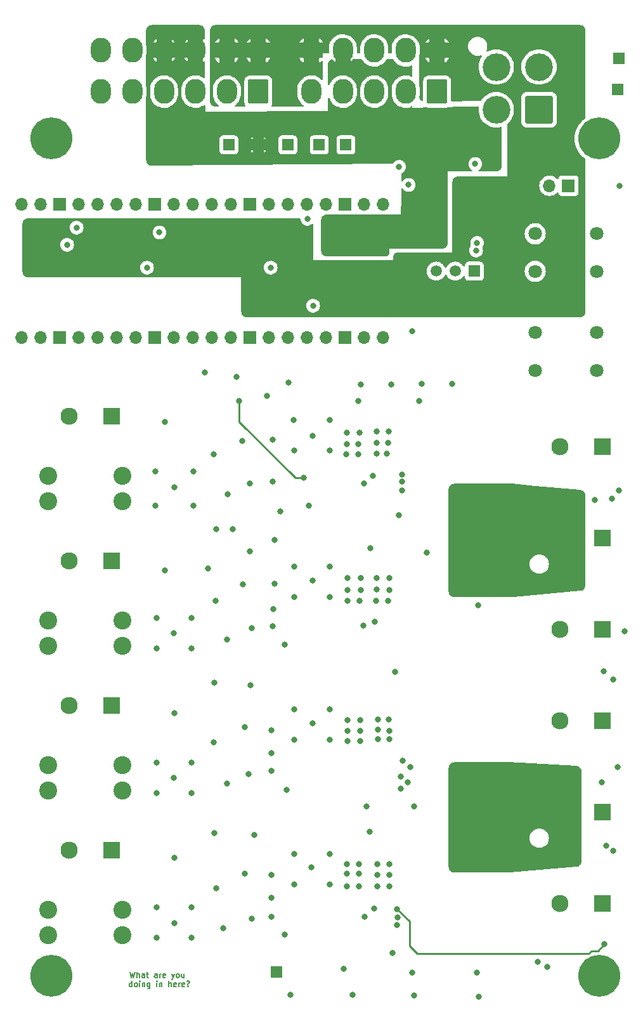
<source format=gbr>
%TF.GenerationSoftware,KiCad,Pcbnew,7.0.2*%
%TF.CreationDate,2023-09-23T20:32:53-04:00*%
%TF.ProjectId,Battery_Monitor_1.2,42617474-6572-4795-9f4d-6f6e69746f72,rev?*%
%TF.SameCoordinates,Original*%
%TF.FileFunction,Copper,L3,Inr*%
%TF.FilePolarity,Positive*%
%FSLAX46Y46*%
G04 Gerber Fmt 4.6, Leading zero omitted, Abs format (unit mm)*
G04 Created by KiCad (PCBNEW 7.0.2) date 2023-09-23 20:32:53*
%MOMM*%
%LPD*%
G01*
G04 APERTURE LIST*
G04 Aperture macros list*
%AMRoundRect*
0 Rectangle with rounded corners*
0 $1 Rounding radius*
0 $2 $3 $4 $5 $6 $7 $8 $9 X,Y pos of 4 corners*
0 Add a 4 corners polygon primitive as box body*
4,1,4,$2,$3,$4,$5,$6,$7,$8,$9,$2,$3,0*
0 Add four circle primitives for the rounded corners*
1,1,$1+$1,$2,$3*
1,1,$1+$1,$4,$5*
1,1,$1+$1,$6,$7*
1,1,$1+$1,$8,$9*
0 Add four rect primitives between the rounded corners*
20,1,$1+$1,$2,$3,$4,$5,0*
20,1,$1+$1,$4,$5,$6,$7,0*
20,1,$1+$1,$6,$7,$8,$9,0*
20,1,$1+$1,$8,$9,$2,$3,0*%
G04 Aperture macros list end*
%ADD10C,0.150000*%
%TA.AperFunction,NonConductor*%
%ADD11C,0.150000*%
%TD*%
%TA.AperFunction,ComponentPad*%
%ADD12R,1.500000X1.500000*%
%TD*%
%TA.AperFunction,ComponentPad*%
%ADD13C,2.300000*%
%TD*%
%TA.AperFunction,ComponentPad*%
%ADD14R,2.300000X2.300000*%
%TD*%
%TA.AperFunction,ComponentPad*%
%ADD15C,2.400000*%
%TD*%
%TA.AperFunction,ComponentPad*%
%ADD16C,5.600000*%
%TD*%
%TA.AperFunction,ComponentPad*%
%ADD17O,2.700000X3.300000*%
%TD*%
%TA.AperFunction,ComponentPad*%
%ADD18RoundRect,0.250001X1.099999X1.399999X-1.099999X1.399999X-1.099999X-1.399999X1.099999X-1.399999X0*%
%TD*%
%TA.AperFunction,ComponentPad*%
%ADD19O,1.700000X1.700000*%
%TD*%
%TA.AperFunction,ComponentPad*%
%ADD20R,1.700000X1.700000*%
%TD*%
%TA.AperFunction,ComponentPad*%
%ADD21C,1.508000*%
%TD*%
%TA.AperFunction,ComponentPad*%
%ADD22R,1.508000X1.508000*%
%TD*%
%TA.AperFunction,ComponentPad*%
%ADD23C,1.803400*%
%TD*%
%TA.AperFunction,ComponentPad*%
%ADD24C,3.700000*%
%TD*%
%TA.AperFunction,ComponentPad*%
%ADD25RoundRect,0.250002X1.599998X1.599998X-1.599998X1.599998X-1.599998X-1.599998X1.599998X-1.599998X0*%
%TD*%
%TA.AperFunction,ViaPad*%
%ADD26C,0.800000*%
%TD*%
%TA.AperFunction,Conductor*%
%ADD27C,0.250000*%
%TD*%
G04 APERTURE END LIST*
D10*
D11*
X90305428Y-161549464D02*
X90484000Y-162299464D01*
X90484000Y-162299464D02*
X90626857Y-161763750D01*
X90626857Y-161763750D02*
X90769714Y-162299464D01*
X90769714Y-162299464D02*
X90948286Y-161549464D01*
X91234000Y-162299464D02*
X91234000Y-161549464D01*
X91555429Y-162299464D02*
X91555429Y-161906607D01*
X91555429Y-161906607D02*
X91519714Y-161835178D01*
X91519714Y-161835178D02*
X91448286Y-161799464D01*
X91448286Y-161799464D02*
X91341143Y-161799464D01*
X91341143Y-161799464D02*
X91269714Y-161835178D01*
X91269714Y-161835178D02*
X91234000Y-161870892D01*
X92234000Y-162299464D02*
X92234000Y-161906607D01*
X92234000Y-161906607D02*
X92198285Y-161835178D01*
X92198285Y-161835178D02*
X92126857Y-161799464D01*
X92126857Y-161799464D02*
X91984000Y-161799464D01*
X91984000Y-161799464D02*
X91912571Y-161835178D01*
X92234000Y-162263750D02*
X92162571Y-162299464D01*
X92162571Y-162299464D02*
X91984000Y-162299464D01*
X91984000Y-162299464D02*
X91912571Y-162263750D01*
X91912571Y-162263750D02*
X91876857Y-162192321D01*
X91876857Y-162192321D02*
X91876857Y-162120892D01*
X91876857Y-162120892D02*
X91912571Y-162049464D01*
X91912571Y-162049464D02*
X91984000Y-162013750D01*
X91984000Y-162013750D02*
X92162571Y-162013750D01*
X92162571Y-162013750D02*
X92234000Y-161978035D01*
X92483999Y-161799464D02*
X92769713Y-161799464D01*
X92591142Y-161549464D02*
X92591142Y-162192321D01*
X92591142Y-162192321D02*
X92626856Y-162263750D01*
X92626856Y-162263750D02*
X92698285Y-162299464D01*
X92698285Y-162299464D02*
X92769713Y-162299464D01*
X93912571Y-162299464D02*
X93912571Y-161906607D01*
X93912571Y-161906607D02*
X93876856Y-161835178D01*
X93876856Y-161835178D02*
X93805428Y-161799464D01*
X93805428Y-161799464D02*
X93662571Y-161799464D01*
X93662571Y-161799464D02*
X93591142Y-161835178D01*
X93912571Y-162263750D02*
X93841142Y-162299464D01*
X93841142Y-162299464D02*
X93662571Y-162299464D01*
X93662571Y-162299464D02*
X93591142Y-162263750D01*
X93591142Y-162263750D02*
X93555428Y-162192321D01*
X93555428Y-162192321D02*
X93555428Y-162120892D01*
X93555428Y-162120892D02*
X93591142Y-162049464D01*
X93591142Y-162049464D02*
X93662571Y-162013750D01*
X93662571Y-162013750D02*
X93841142Y-162013750D01*
X93841142Y-162013750D02*
X93912571Y-161978035D01*
X94269713Y-162299464D02*
X94269713Y-161799464D01*
X94269713Y-161942321D02*
X94305427Y-161870892D01*
X94305427Y-161870892D02*
X94341142Y-161835178D01*
X94341142Y-161835178D02*
X94412570Y-161799464D01*
X94412570Y-161799464D02*
X94483999Y-161799464D01*
X95019713Y-162263750D02*
X94948285Y-162299464D01*
X94948285Y-162299464D02*
X94805428Y-162299464D01*
X94805428Y-162299464D02*
X94733999Y-162263750D01*
X94733999Y-162263750D02*
X94698285Y-162192321D01*
X94698285Y-162192321D02*
X94698285Y-161906607D01*
X94698285Y-161906607D02*
X94733999Y-161835178D01*
X94733999Y-161835178D02*
X94805428Y-161799464D01*
X94805428Y-161799464D02*
X94948285Y-161799464D01*
X94948285Y-161799464D02*
X95019713Y-161835178D01*
X95019713Y-161835178D02*
X95055428Y-161906607D01*
X95055428Y-161906607D02*
X95055428Y-161978035D01*
X95055428Y-161978035D02*
X94698285Y-162049464D01*
X95876856Y-161799464D02*
X96055428Y-162299464D01*
X96233999Y-161799464D02*
X96055428Y-162299464D01*
X96055428Y-162299464D02*
X95983999Y-162478035D01*
X95983999Y-162478035D02*
X95948285Y-162513750D01*
X95948285Y-162513750D02*
X95876856Y-162549464D01*
X96626857Y-162299464D02*
X96555428Y-162263750D01*
X96555428Y-162263750D02*
X96519714Y-162228035D01*
X96519714Y-162228035D02*
X96484000Y-162156607D01*
X96484000Y-162156607D02*
X96484000Y-161942321D01*
X96484000Y-161942321D02*
X96519714Y-161870892D01*
X96519714Y-161870892D02*
X96555428Y-161835178D01*
X96555428Y-161835178D02*
X96626857Y-161799464D01*
X96626857Y-161799464D02*
X96734000Y-161799464D01*
X96734000Y-161799464D02*
X96805428Y-161835178D01*
X96805428Y-161835178D02*
X96841143Y-161870892D01*
X96841143Y-161870892D02*
X96876857Y-161942321D01*
X96876857Y-161942321D02*
X96876857Y-162156607D01*
X96876857Y-162156607D02*
X96841143Y-162228035D01*
X96841143Y-162228035D02*
X96805428Y-162263750D01*
X96805428Y-162263750D02*
X96734000Y-162299464D01*
X96734000Y-162299464D02*
X96626857Y-162299464D01*
X97519714Y-161799464D02*
X97519714Y-162299464D01*
X97198285Y-161799464D02*
X97198285Y-162192321D01*
X97198285Y-162192321D02*
X97233999Y-162263750D01*
X97233999Y-162263750D02*
X97305428Y-162299464D01*
X97305428Y-162299464D02*
X97412571Y-162299464D01*
X97412571Y-162299464D02*
X97483999Y-162263750D01*
X97483999Y-162263750D02*
X97519714Y-162228035D01*
X90573287Y-163514464D02*
X90573287Y-162764464D01*
X90573287Y-163478750D02*
X90501858Y-163514464D01*
X90501858Y-163514464D02*
X90359001Y-163514464D01*
X90359001Y-163514464D02*
X90287572Y-163478750D01*
X90287572Y-163478750D02*
X90251858Y-163443035D01*
X90251858Y-163443035D02*
X90216144Y-163371607D01*
X90216144Y-163371607D02*
X90216144Y-163157321D01*
X90216144Y-163157321D02*
X90251858Y-163085892D01*
X90251858Y-163085892D02*
X90287572Y-163050178D01*
X90287572Y-163050178D02*
X90359001Y-163014464D01*
X90359001Y-163014464D02*
X90501858Y-163014464D01*
X90501858Y-163014464D02*
X90573287Y-163050178D01*
X91037572Y-163514464D02*
X90966143Y-163478750D01*
X90966143Y-163478750D02*
X90930429Y-163443035D01*
X90930429Y-163443035D02*
X90894715Y-163371607D01*
X90894715Y-163371607D02*
X90894715Y-163157321D01*
X90894715Y-163157321D02*
X90930429Y-163085892D01*
X90930429Y-163085892D02*
X90966143Y-163050178D01*
X90966143Y-163050178D02*
X91037572Y-163014464D01*
X91037572Y-163014464D02*
X91144715Y-163014464D01*
X91144715Y-163014464D02*
X91216143Y-163050178D01*
X91216143Y-163050178D02*
X91251858Y-163085892D01*
X91251858Y-163085892D02*
X91287572Y-163157321D01*
X91287572Y-163157321D02*
X91287572Y-163371607D01*
X91287572Y-163371607D02*
X91251858Y-163443035D01*
X91251858Y-163443035D02*
X91216143Y-163478750D01*
X91216143Y-163478750D02*
X91144715Y-163514464D01*
X91144715Y-163514464D02*
X91037572Y-163514464D01*
X91609000Y-163514464D02*
X91609000Y-163014464D01*
X91609000Y-162764464D02*
X91573286Y-162800178D01*
X91573286Y-162800178D02*
X91609000Y-162835892D01*
X91609000Y-162835892D02*
X91644714Y-162800178D01*
X91644714Y-162800178D02*
X91609000Y-162764464D01*
X91609000Y-162764464D02*
X91609000Y-162835892D01*
X91966143Y-163014464D02*
X91966143Y-163514464D01*
X91966143Y-163085892D02*
X92001857Y-163050178D01*
X92001857Y-163050178D02*
X92073286Y-163014464D01*
X92073286Y-163014464D02*
X92180429Y-163014464D01*
X92180429Y-163014464D02*
X92251857Y-163050178D01*
X92251857Y-163050178D02*
X92287572Y-163121607D01*
X92287572Y-163121607D02*
X92287572Y-163514464D01*
X92966143Y-163014464D02*
X92966143Y-163621607D01*
X92966143Y-163621607D02*
X92930428Y-163693035D01*
X92930428Y-163693035D02*
X92894714Y-163728750D01*
X92894714Y-163728750D02*
X92823285Y-163764464D01*
X92823285Y-163764464D02*
X92716143Y-163764464D01*
X92716143Y-163764464D02*
X92644714Y-163728750D01*
X92966143Y-163478750D02*
X92894714Y-163514464D01*
X92894714Y-163514464D02*
X92751857Y-163514464D01*
X92751857Y-163514464D02*
X92680428Y-163478750D01*
X92680428Y-163478750D02*
X92644714Y-163443035D01*
X92644714Y-163443035D02*
X92609000Y-163371607D01*
X92609000Y-163371607D02*
X92609000Y-163157321D01*
X92609000Y-163157321D02*
X92644714Y-163085892D01*
X92644714Y-163085892D02*
X92680428Y-163050178D01*
X92680428Y-163050178D02*
X92751857Y-163014464D01*
X92751857Y-163014464D02*
X92894714Y-163014464D01*
X92894714Y-163014464D02*
X92966143Y-163050178D01*
X93894714Y-163514464D02*
X93894714Y-163014464D01*
X93894714Y-162764464D02*
X93859000Y-162800178D01*
X93859000Y-162800178D02*
X93894714Y-162835892D01*
X93894714Y-162835892D02*
X93930428Y-162800178D01*
X93930428Y-162800178D02*
X93894714Y-162764464D01*
X93894714Y-162764464D02*
X93894714Y-162835892D01*
X94251857Y-163014464D02*
X94251857Y-163514464D01*
X94251857Y-163085892D02*
X94287571Y-163050178D01*
X94287571Y-163050178D02*
X94359000Y-163014464D01*
X94359000Y-163014464D02*
X94466143Y-163014464D01*
X94466143Y-163014464D02*
X94537571Y-163050178D01*
X94537571Y-163050178D02*
X94573286Y-163121607D01*
X94573286Y-163121607D02*
X94573286Y-163514464D01*
X95501857Y-163514464D02*
X95501857Y-162764464D01*
X95823286Y-163514464D02*
X95823286Y-163121607D01*
X95823286Y-163121607D02*
X95787571Y-163050178D01*
X95787571Y-163050178D02*
X95716143Y-163014464D01*
X95716143Y-163014464D02*
X95609000Y-163014464D01*
X95609000Y-163014464D02*
X95537571Y-163050178D01*
X95537571Y-163050178D02*
X95501857Y-163085892D01*
X96466142Y-163478750D02*
X96394714Y-163514464D01*
X96394714Y-163514464D02*
X96251857Y-163514464D01*
X96251857Y-163514464D02*
X96180428Y-163478750D01*
X96180428Y-163478750D02*
X96144714Y-163407321D01*
X96144714Y-163407321D02*
X96144714Y-163121607D01*
X96144714Y-163121607D02*
X96180428Y-163050178D01*
X96180428Y-163050178D02*
X96251857Y-163014464D01*
X96251857Y-163014464D02*
X96394714Y-163014464D01*
X96394714Y-163014464D02*
X96466142Y-163050178D01*
X96466142Y-163050178D02*
X96501857Y-163121607D01*
X96501857Y-163121607D02*
X96501857Y-163193035D01*
X96501857Y-163193035D02*
X96144714Y-163264464D01*
X96823285Y-163514464D02*
X96823285Y-163014464D01*
X96823285Y-163157321D02*
X96858999Y-163085892D01*
X96858999Y-163085892D02*
X96894714Y-163050178D01*
X96894714Y-163050178D02*
X96966142Y-163014464D01*
X96966142Y-163014464D02*
X97037571Y-163014464D01*
X97573285Y-163478750D02*
X97501857Y-163514464D01*
X97501857Y-163514464D02*
X97359000Y-163514464D01*
X97359000Y-163514464D02*
X97287571Y-163478750D01*
X97287571Y-163478750D02*
X97251857Y-163407321D01*
X97251857Y-163407321D02*
X97251857Y-163121607D01*
X97251857Y-163121607D02*
X97287571Y-163050178D01*
X97287571Y-163050178D02*
X97359000Y-163014464D01*
X97359000Y-163014464D02*
X97501857Y-163014464D01*
X97501857Y-163014464D02*
X97573285Y-163050178D01*
X97573285Y-163050178D02*
X97609000Y-163121607D01*
X97609000Y-163121607D02*
X97609000Y-163193035D01*
X97609000Y-163193035D02*
X97251857Y-163264464D01*
X98037571Y-163443035D02*
X98073285Y-163478750D01*
X98073285Y-163478750D02*
X98037571Y-163514464D01*
X98037571Y-163514464D02*
X98001857Y-163478750D01*
X98001857Y-163478750D02*
X98037571Y-163443035D01*
X98037571Y-163443035D02*
X98037571Y-163514464D01*
X97894714Y-162800178D02*
X97966142Y-162764464D01*
X97966142Y-162764464D02*
X98144714Y-162764464D01*
X98144714Y-162764464D02*
X98216142Y-162800178D01*
X98216142Y-162800178D02*
X98251857Y-162871607D01*
X98251857Y-162871607D02*
X98251857Y-162943035D01*
X98251857Y-162943035D02*
X98216142Y-163014464D01*
X98216142Y-163014464D02*
X98180428Y-163050178D01*
X98180428Y-163050178D02*
X98108999Y-163085892D01*
X98108999Y-163085892D02*
X98073285Y-163121607D01*
X98073285Y-163121607D02*
X98037571Y-163193035D01*
X98037571Y-163193035D02*
X98037571Y-163228750D01*
D12*
%TO.N,/I2C0_SCL*%
%TO.C,TP6*%
X115570000Y-51181000D03*
%TD*%
D13*
%TO.N,Net-(J14-Pin_2)*%
%TO.C,J14*%
X82184000Y-145288000D03*
D14*
%TO.N,GND*%
X87884000Y-145288000D03*
%TD*%
D12*
%TO.N,+3.3V*%
%TO.C,TP2*%
X107442000Y-51181000D03*
%TD*%
D15*
%TO.N,Net-(Q14-D)*%
%TO.C,F3*%
X89288000Y-137336000D03*
X89288000Y-133936000D03*
%TO.N,Net-(J11-Pin_2)*%
X79368000Y-137336000D03*
X79368000Y-133936000D03*
%TD*%
D12*
%TO.N,/I2C0_SDA*%
%TO.C,TP5*%
X119126000Y-51181000D03*
%TD*%
D16*
%TO.N,GND*%
%TO.C,H1*%
X79834003Y-50340997D03*
%TD*%
D12*
%TO.N,GND*%
%TO.C,TP30*%
X109855000Y-161544000D03*
%TD*%
D17*
%TO.N,/GPIO_2*%
%TO.C,J1*%
X86442000Y-38569000D03*
%TO.N,/GPIO_1*%
X90642000Y-38569000D03*
%TO.N,+3.3V*%
X94842000Y-38569000D03*
X99042000Y-38569000D03*
%TO.N,+5V*%
X103242000Y-38569000D03*
X107442000Y-38569000D03*
%TO.N,GND*%
X86442000Y-44069000D03*
X90642000Y-44069000D03*
X94842000Y-44069000D03*
X99042000Y-44069000D03*
X103242000Y-44069000D03*
D18*
X107442000Y-44069000D03*
%TD*%
D12*
%TO.N,GND*%
%TO.C,TP3*%
X103505000Y-51181000D03*
%TD*%
D15*
%TO.N,Net-(Q9-D)*%
%TO.C,F1*%
X89288000Y-98728000D03*
X89288000Y-95328000D03*
%TO.N,Net-(J8-Pin_2)*%
X79368000Y-98728000D03*
X79368000Y-95328000D03*
%TD*%
D13*
%TO.N,/BATT4_OUT*%
%TO.C,J15*%
X147716000Y-152400000D03*
D14*
%TO.N,GND*%
X153416000Y-152400000D03*
%TD*%
D17*
%TO.N,+5V*%
%TO.C,J2*%
X114518000Y-38569000D03*
%TO.N,+3.3V*%
X118718000Y-38569000D03*
%TO.N,/LED_CTRL*%
X122918000Y-38569000D03*
%TO.N,/I2C0_SCL*%
X127118000Y-38569000D03*
%TO.N,+5V*%
X131318000Y-38569000D03*
%TO.N,GND*%
X114518000Y-44069000D03*
X118718000Y-44069000D03*
X122918000Y-44069000D03*
%TO.N,/I2C0_SDA*%
X127118000Y-44069000D03*
D18*
%TO.N,GND*%
X131318000Y-44069000D03*
%TD*%
D16*
%TO.N,GND*%
%TO.C,H4*%
X152986003Y-162100997D03*
%TD*%
D13*
%TO.N,/BATT1_OUT*%
%TO.C,J9*%
X147716000Y-91440000D03*
D14*
%TO.N,GND*%
X153416000Y-91440000D03*
%TD*%
D19*
%TO.N,/CAN_L*%
%TO.C,J4*%
X146309000Y-56642000D03*
D20*
%TO.N,Net-(J4-Pin_1)*%
X148849000Y-56642000D03*
%TD*%
D13*
%TO.N,/BATT3_OUT*%
%TO.C,J12*%
X147716000Y-128016000D03*
D14*
%TO.N,GND*%
X153416000Y-128016000D03*
%TD*%
D13*
%TO.N,/BATT2_OUT*%
%TO.C,J13*%
X147716000Y-115824000D03*
D14*
%TO.N,GND*%
X153416000Y-115824000D03*
%TD*%
D13*
%TO.N,/40V_OR*%
%TO.C,J10*%
X147716000Y-103632000D03*
D14*
%TO.N,GND*%
X153416000Y-103632000D03*
%TD*%
D16*
%TO.N,GND*%
%TO.C,H2*%
X152986003Y-50340997D03*
%TD*%
D21*
%TO.N,Net-(D3-A)*%
%TO.C,U5*%
X131191000Y-68036000D03*
%TO.N,GND*%
X133731000Y-68036000D03*
D22*
%TO.N,/REG_CTRL*%
X136271000Y-68036000D03*
%TD*%
D15*
%TO.N,Net-(Q19-D)*%
%TO.C,F4*%
X89288000Y-156640000D03*
X89288000Y-153240000D03*
%TO.N,Net-(J14-Pin_2)*%
X79368000Y-156640000D03*
X79368000Y-153240000D03*
%TD*%
D16*
%TO.N,GND*%
%TO.C,H3*%
X79834003Y-162100997D03*
%TD*%
D23*
%TO.N,/CAN_H*%
%TO.C,J6*%
X144407000Y-81255124D03*
X152606999Y-81255124D03*
%TO.N,/CAN_L*%
X144407000Y-76255124D03*
X152606999Y-76255124D03*
%TD*%
D12*
%TO.N,/CAN_L*%
%TO.C,TP7*%
X155575000Y-39624000D03*
%TD*%
D23*
%TO.N,/CAN_H*%
%TO.C,J5*%
X144407000Y-68047124D03*
X152606999Y-68047124D03*
%TO.N,/CAN_L*%
X144407000Y-63047124D03*
X152606999Y-63047124D03*
%TD*%
D13*
%TO.N,Net-(J7-Pin_2)*%
%TO.C,J7*%
X82184000Y-106680000D03*
D14*
%TO.N,GND*%
X87884000Y-106680000D03*
%TD*%
D19*
%TO.N,Net-(Q1-G)*%
%TO.C,U3*%
X75844400Y-59106791D03*
%TO.N,Net-(Q1-S)*%
X78384400Y-59106791D03*
D20*
%TO.N,GND*%
X80924400Y-59106791D03*
D19*
%TO.N,unconnected-(U3-3V3_EN-Pad37)*%
X83464400Y-59106791D03*
%TO.N,unconnected-(U3-3V3-Pad36)*%
X86004400Y-59106791D03*
%TO.N,unconnected-(U3-ADC_VREF-Pad35)*%
X88544400Y-59106791D03*
%TO.N,unconnected-(U3-GPIO28_ADC2-Pad34)*%
X91084400Y-59106791D03*
D20*
%TO.N,unconnected-(U3-AGND-Pad33)*%
X93624400Y-59106791D03*
D19*
%TO.N,/GPIO_2*%
X96164400Y-59106791D03*
%TO.N,/GPIO_1*%
X98704400Y-59106791D03*
%TO.N,unconnected-(U3-RUN-Pad30)*%
X101244400Y-59106791D03*
%TO.N,unconnected-(U3-GPIO22-Pad29)*%
X103784400Y-59106791D03*
D20*
%TO.N,GND*%
X106324400Y-59106791D03*
D19*
%TO.N,unconnected-(U3-GPIO21-Pad27)*%
X108864400Y-59106791D03*
%TO.N,unconnected-(U3-GPIO20-Pad26)*%
X111404400Y-59106791D03*
%TO.N,unconnected-(U3-GPIO19-Pad25)*%
X113944400Y-59106791D03*
%TO.N,/LED_CTRL*%
X116484400Y-59106791D03*
D20*
%TO.N,GND*%
X119024400Y-59106791D03*
D19*
%TO.N,/I2C0_SCL*%
X121564400Y-59106791D03*
%TO.N,/I2C0_SDA*%
X124104400Y-59106791D03*
%TO.N,unconnected-(U3-GPIO15-Pad20)*%
X124104400Y-76886791D03*
%TO.N,unconnected-(U3-GPIO14-Pad19)*%
X121564400Y-76886791D03*
D20*
%TO.N,GND*%
X119024400Y-76886791D03*
D19*
%TO.N,/SHDN_4*%
X116484400Y-76886791D03*
%TO.N,/SHDN_3*%
X113944400Y-76886791D03*
%TO.N,/SHDN_2*%
X111404400Y-76886791D03*
%TO.N,/SHDN_1*%
X108864400Y-76886791D03*
D20*
%TO.N,GND*%
X106324400Y-76886791D03*
D19*
%TO.N,/SPIO_CSn*%
X103784400Y-76886791D03*
%TO.N,/SPIO_RX*%
X101244400Y-76886791D03*
%TO.N,/SPIO_TX*%
X98704400Y-76886791D03*
%TO.N,/SPIO_SCK*%
X96164400Y-76886791D03*
D20*
%TO.N,GND*%
X93624400Y-76886791D03*
D19*
%TO.N,/INT*%
X91084400Y-76886791D03*
%TO.N,unconnected-(U3-GPIO4-Pad6)*%
X88544400Y-76886791D03*
%TO.N,unconnected-(U3-GPIO3-Pad5)*%
X86004400Y-76886791D03*
%TO.N,unconnected-(U3-GPIO2-Pad4)*%
X83464400Y-76886791D03*
D20*
%TO.N,GND*%
X80924400Y-76886791D03*
D19*
%TO.N,unconnected-(U3-GPIO1-Pad2)*%
X78384400Y-76886791D03*
%TO.N,unconnected-(U3-GPIO0-Pad1)*%
X75844400Y-76886791D03*
%TD*%
D13*
%TO.N,Net-(J11-Pin_2)*%
%TO.C,J11*%
X82184000Y-125984000D03*
D14*
%TO.N,GND*%
X87884000Y-125984000D03*
%TD*%
D13*
%TO.N,Net-(J8-Pin_2)*%
%TO.C,J8*%
X82184000Y-87376000D03*
D14*
%TO.N,GND*%
X87884000Y-87376000D03*
%TD*%
D12*
%TO.N,+5V*%
%TO.C,TP4*%
X111379000Y-51181000D03*
%TD*%
D24*
%TO.N,/BATT1_IN*%
%TO.C,J3*%
X139207000Y-40782000D03*
%TO.N,/BATT2_IN*%
X144907000Y-40782000D03*
%TO.N,/BATT1_CTRL*%
X139207000Y-46482000D03*
D25*
%TO.N,/BATT2_CTRL*%
X144907000Y-46482000D03*
%TD*%
D12*
%TO.N,/CAN_H*%
%TO.C,TP8*%
X155448000Y-43815000D03*
%TD*%
D13*
%TO.N,/12V_OR*%
%TO.C,J16*%
X147716000Y-140208000D03*
D14*
%TO.N,GND*%
X153416000Y-140208000D03*
%TD*%
D15*
%TO.N,Net-(Q15-D)*%
%TO.C,F2*%
X89288000Y-118032000D03*
X89288000Y-114632000D03*
%TO.N,Net-(J7-Pin_2)*%
X79368000Y-118032000D03*
X79368000Y-114632000D03*
%TD*%
D26*
%TO.N,+5V*%
X136017000Y-59944000D03*
X127127000Y-66040000D03*
X110896400Y-72288400D03*
X124841000Y-68326000D03*
X109093000Y-66167000D03*
X107442000Y-72390000D03*
X77470000Y-66421000D03*
X116078000Y-72898000D03*
%TO.N,/BATT1_OUT*%
X124872198Y-89423419D03*
X124745198Y-90947419D03*
X123221198Y-92344419D03*
X118872000Y-161163000D03*
X123221198Y-89423419D03*
X152400000Y-98552000D03*
X124618198Y-92344419D03*
X123221198Y-90947419D03*
%TO.N,GND*%
X125349000Y-159004000D03*
X94996000Y-88138000D03*
X111760000Y-164592000D03*
X121920000Y-139446000D03*
X122301000Y-142875000D03*
X96266000Y-127000000D03*
X94996000Y-107950000D03*
X100330000Y-81534000D03*
X126238000Y-100584000D03*
X120015000Y-164592000D03*
X136398000Y-53721000D03*
X122428000Y-105029000D03*
X136906000Y-164846000D03*
X120777000Y-85344000D03*
X121514622Y-96399756D03*
X110363000Y-100076000D03*
X125730000Y-121539000D03*
X127508000Y-56515000D03*
X128270000Y-164719000D03*
X110998000Y-117856000D03*
X83185000Y-62230000D03*
X121471690Y-115316000D03*
X122713198Y-95383756D03*
X128270000Y-139446000D03*
X126489800Y-137122992D03*
X113995200Y-61061600D03*
X109093000Y-67564000D03*
X114757200Y-72644000D03*
X101854000Y-102489000D03*
X110998000Y-156591000D03*
X128016000Y-76073000D03*
X126238000Y-54102000D03*
X126746000Y-133387500D03*
X122936000Y-153124992D03*
X111252000Y-137287000D03*
X128905000Y-85344000D03*
X94234000Y-62865000D03*
X96266000Y-146304000D03*
X81915000Y-64516000D03*
X122995690Y-114808000D03*
X121666000Y-154178000D03*
X92583000Y-67564000D03*
%TO.N,/BATT2_IN*%
X105410000Y-109855000D03*
X109601000Y-103886000D03*
X101727000Y-112014000D03*
X109474000Y-113157000D03*
X106553000Y-115697000D03*
X109347000Y-115443000D03*
X103251000Y-117221000D03*
X109601000Y-109728000D03*
%TO.N,/BATT3_IN*%
X109220000Y-134747000D03*
X101473000Y-130937000D03*
X106426000Y-123317000D03*
X103251000Y-136398000D03*
X109220000Y-129286000D03*
X106172000Y-135128000D03*
X109220000Y-132334000D03*
X105664000Y-128905000D03*
%TO.N,/BATT4_IN*%
X106934000Y-143256000D03*
X109220000Y-154178000D03*
X109220000Y-148590000D03*
X101854000Y-150368000D03*
X105664000Y-148463000D03*
X102743000Y-155702000D03*
X106553000Y-154432000D03*
X109220000Y-151638000D03*
%TO.N,/BATT1_IN*%
X105283000Y-90678000D03*
X103378000Y-97790000D03*
X111506000Y-82931000D03*
X109347000Y-90551000D03*
X109347000Y-96139000D03*
X101473000Y-92456000D03*
X108585000Y-84709000D03*
X106299000Y-96393000D03*
%TO.N,/BATT1_CTRL*%
X104521000Y-82169000D03*
%TO.N,/BATT2_CTRL*%
X104013000Y-102489000D03*
%TO.N,/BATT1*%
X120935198Y-89550419D03*
X116967000Y-91948000D03*
X112268000Y-91948000D03*
X119157198Y-92471419D03*
X120808198Y-91074419D03*
X119284198Y-89550419D03*
X114681000Y-90043000D03*
X116967000Y-87884000D03*
X112141000Y-87884000D03*
X119284198Y-91074419D03*
X120808198Y-92471419D03*
%TO.N,/BATT3*%
X121028800Y-129375992D03*
X112268000Y-130556000D03*
X121028800Y-130772992D03*
X121028800Y-127978992D03*
X116967000Y-126492000D03*
X119377800Y-127978992D03*
X119377800Y-129375992D03*
X112268000Y-126492000D03*
X114681000Y-128397000D03*
X119377800Y-130772992D03*
X116967000Y-130556000D03*
%TO.N,/BATT2*%
X116967000Y-111506000D03*
X119312690Y-108966000D03*
X112268000Y-111506000D03*
X121090690Y-108966000D03*
X112268000Y-107442000D03*
X114681000Y-109347000D03*
X119312690Y-112014000D03*
X116967000Y-107442000D03*
X121090690Y-110617000D03*
X120963690Y-112014000D03*
X119312690Y-110617000D03*
%TO.N,/BATT4*%
X120904000Y-150114000D03*
X112268000Y-145796000D03*
X112268000Y-149860000D03*
X119253000Y-148463000D03*
X120904000Y-148463000D03*
X119253000Y-147193000D03*
X114554000Y-147574000D03*
X119253000Y-150114000D03*
X116967000Y-145796000D03*
X120904000Y-147193000D03*
X116967000Y-149860000D03*
%TO.N,/CAN_H*%
X155702000Y-56642000D03*
%TO.N,/BATT2_OUT*%
X124900690Y-110617000D03*
X123249690Y-110490000D03*
X124900690Y-108966000D03*
X124773690Y-112014000D03*
X128016000Y-161671000D03*
X123122690Y-112014000D03*
X123249690Y-108966000D03*
%TO.N,/BATT1_GATE*%
X113538000Y-95631000D03*
X104902000Y-85344000D03*
%TO.N,/ESTOP_CTRL*%
X114173000Y-99314000D03*
X101600000Y-143002000D03*
X100711000Y-107696000D03*
X101600000Y-122936000D03*
X106299000Y-105410000D03*
%TO.N,/40V_OR*%
X138811000Y-98044000D03*
X134747000Y-109601000D03*
X138811000Y-105156000D03*
X136779000Y-107569000D03*
X134747000Y-105156000D03*
X134747000Y-102743000D03*
X138811000Y-109855000D03*
X138811000Y-102743000D03*
X134747000Y-98044000D03*
X136652000Y-100457000D03*
%TO.N,/BATT4_OUT*%
X124968000Y-150114000D03*
X123317000Y-148590000D03*
X123317000Y-150114000D03*
X124968000Y-147193000D03*
X123317000Y-147193000D03*
X124968000Y-148590000D03*
%TO.N,/BATT3_OUT*%
X123441800Y-129248992D03*
X124965800Y-129375992D03*
X123441800Y-130518992D03*
X124965800Y-130518992D03*
X136652000Y-161671000D03*
X123441800Y-127851992D03*
X124838800Y-127851992D03*
%TO.N,/12V_OR*%
X136906000Y-144399000D03*
X138938000Y-139789500D03*
X134874000Y-142113000D03*
X136906000Y-137541000D03*
X138938000Y-135128000D03*
X138938000Y-142113000D03*
X134874000Y-139789500D03*
X134874000Y-146812000D03*
X138938000Y-146812000D03*
X134874000Y-135128000D03*
%TO.N,/I2C0_SDA*%
X144780000Y-160184500D03*
X136652000Y-64262000D03*
X126067529Y-154270127D03*
X154813000Y-122555000D03*
X126619000Y-96139000D03*
X154813000Y-145415000D03*
X155575000Y-97282000D03*
X127381000Y-136271000D03*
X153543000Y-121412000D03*
%TO.N,/I2C0_SCL*%
X125953053Y-155263052D03*
X154686000Y-98425000D03*
X126492000Y-135509000D03*
X136525000Y-65278000D03*
X153924000Y-144690500D03*
X126619000Y-97282000D03*
X146050000Y-160909000D03*
%TO.N,+3.3V*%
X117348000Y-60960000D03*
X118872000Y-65532000D03*
X122555000Y-64008000D03*
X129794000Y-59944000D03*
X123972000Y-50312000D03*
X131572000Y-48895000D03*
%TO.N,Net-(Q9-D)*%
X93726000Y-99314000D03*
X96266000Y-96901000D03*
X98806000Y-99314000D03*
X98806000Y-94742000D03*
X93726000Y-94742000D03*
%TO.N,Net-(Q15-D)*%
X98552000Y-114300000D03*
X96139000Y-116332000D03*
X98552000Y-118364000D03*
X93853000Y-114300000D03*
X93853000Y-118364000D03*
%TO.N,Net-(Q14-D)*%
X98552000Y-133604000D03*
X98552000Y-137668000D03*
X93853000Y-137668000D03*
X96139000Y-135636000D03*
X93853000Y-133604000D03*
%TO.N,Net-(Q19-D)*%
X98552000Y-156972000D03*
X93853000Y-156972000D03*
X96266000Y-155067000D03*
X98552000Y-152908000D03*
X93853000Y-152908000D03*
%TO.N,Net-(Q2-D)*%
X153289000Y-136271000D03*
X155448000Y-134239000D03*
X127762000Y-134239000D03*
X129286000Y-83095500D03*
%TO.N,Net-(Q3-D)*%
X133350000Y-83058000D03*
X153670000Y-157861000D03*
X125984000Y-153162000D03*
%TO.N,Net-(Q4-D)*%
X126619000Y-95139497D03*
X121158000Y-83184989D03*
%TO.N,Net-(Q5-D)*%
X125222000Y-83185000D03*
X156374500Y-116078000D03*
%TO.N,Net-(Q11-G)*%
X136779000Y-112649000D03*
X129971800Y-105613200D03*
%TD*%
D27*
%TO.N,/BATT1_GATE*%
X112403614Y-95631000D02*
X104902000Y-88129386D01*
X104902000Y-88129386D02*
X104902000Y-85344000D01*
X113538000Y-95631000D02*
X112403614Y-95631000D01*
%TO.N,Net-(Q3-D)*%
X151537273Y-159131000D02*
X128651000Y-159131000D01*
X153670000Y-157861000D02*
X152781000Y-158750000D01*
X151918273Y-158750000D02*
X151537273Y-159131000D01*
X128651000Y-159131000D02*
X127635000Y-158115000D01*
X127635000Y-154813000D02*
X125984000Y-153162000D01*
X152781000Y-158750000D02*
X151918273Y-158750000D01*
X127635000Y-158115000D02*
X127635000Y-154813000D01*
%TD*%
%TA.AperFunction,Conductor*%
%TO.N,/12V_OR*%
G36*
X140713414Y-133569264D02*
G01*
X140716616Y-133569352D01*
X140725705Y-133569725D01*
X140735840Y-133570142D01*
X143931329Y-133745286D01*
X149894885Y-134072147D01*
X149908436Y-134073628D01*
X150050717Y-134097034D01*
X150076947Y-134104331D01*
X150204490Y-134155217D01*
X150228542Y-134167982D01*
X150342171Y-134245087D01*
X150362915Y-134262718D01*
X150457323Y-134362443D01*
X150473796Y-134384125D01*
X150544567Y-134501802D01*
X150555999Y-134526523D01*
X150599826Y-134656651D01*
X150605679Y-134683250D01*
X150621262Y-134826589D01*
X150622000Y-134840207D01*
X150622000Y-146741641D01*
X150621040Y-146757169D01*
X150600783Y-146920288D01*
X150593187Y-146950398D01*
X150536498Y-147096281D01*
X150521768Y-147123621D01*
X150431119Y-147251206D01*
X150410151Y-147274111D01*
X150291043Y-147375657D01*
X150265108Y-147392739D01*
X150124791Y-147462063D01*
X150095466Y-147472283D01*
X149934771Y-147506834D01*
X149919389Y-147509159D01*
X141003874Y-148297914D01*
X141001102Y-148298128D01*
X140971737Y-148300074D01*
X140966188Y-148300319D01*
X140939863Y-148300900D01*
X140936761Y-148300969D01*
X140933982Y-148301000D01*
X133610079Y-148301000D01*
X133595971Y-148300208D01*
X133447543Y-148283484D01*
X133420037Y-148277205D01*
X133285783Y-148230227D01*
X133260365Y-148217987D01*
X133139918Y-148142306D01*
X133117858Y-148124713D01*
X133017286Y-148024141D01*
X132999693Y-148002081D01*
X132924012Y-147881634D01*
X132911773Y-147856220D01*
X132864792Y-147721956D01*
X132858516Y-147694460D01*
X132841792Y-147546028D01*
X132841000Y-147531921D01*
X132841000Y-143688000D01*
X143659605Y-143688000D01*
X143679148Y-143911380D01*
X143737183Y-144127972D01*
X143831949Y-144331198D01*
X143960566Y-144514882D01*
X144119117Y-144673433D01*
X144302801Y-144802050D01*
X144302802Y-144802050D01*
X144302803Y-144802051D01*
X144506027Y-144896816D01*
X144722620Y-144954852D01*
X144890049Y-144969500D01*
X144892789Y-144969500D01*
X144999211Y-144969500D01*
X145001951Y-144969500D01*
X145169380Y-144954852D01*
X145385973Y-144896816D01*
X145589197Y-144802051D01*
X145772879Y-144673436D01*
X145931436Y-144514879D01*
X146060051Y-144331198D01*
X146154816Y-144127973D01*
X146212852Y-143911380D01*
X146232395Y-143688000D01*
X146212852Y-143464620D01*
X146154816Y-143248027D01*
X146060051Y-143044803D01*
X145931436Y-142861121D01*
X145931435Y-142861120D01*
X145931433Y-142861117D01*
X145772882Y-142702566D01*
X145589198Y-142573949D01*
X145385972Y-142479183D01*
X145169380Y-142421148D01*
X145004674Y-142406738D01*
X145004668Y-142406737D01*
X145001951Y-142406500D01*
X144890049Y-142406500D01*
X144887332Y-142406737D01*
X144887325Y-142406738D01*
X144722619Y-142421148D01*
X144506027Y-142479183D01*
X144302801Y-142573949D01*
X144119117Y-142702566D01*
X143960566Y-142861117D01*
X143831949Y-143044801D01*
X143737183Y-143248026D01*
X143679148Y-143464619D01*
X143659605Y-143688000D01*
X132841000Y-143688000D01*
X132841000Y-134338078D01*
X132841792Y-134323971D01*
X132848693Y-134262724D01*
X132858516Y-134175537D01*
X132864791Y-134148045D01*
X132911774Y-134013775D01*
X132924012Y-133988365D01*
X132999693Y-133867918D01*
X133017282Y-133845862D01*
X133117862Y-133745282D01*
X133139918Y-133727693D01*
X133260365Y-133652012D01*
X133285775Y-133639774D01*
X133420045Y-133592791D01*
X133447537Y-133586516D01*
X133573586Y-133572314D01*
X133595972Y-133569792D01*
X133610079Y-133569000D01*
X140694133Y-133569000D01*
X140713414Y-133569264D01*
G37*
%TD.AperFunction*%
%TD*%
%TA.AperFunction,Conductor*%
%TO.N,/40V_OR*%
G36*
X141191220Y-96393030D02*
G01*
X141221215Y-96393701D01*
X141226742Y-96393949D01*
X141256562Y-96395953D01*
X141259347Y-96396171D01*
X144420897Y-96679901D01*
X150428359Y-97219032D01*
X150443722Y-97221373D01*
X150604242Y-97256081D01*
X150633527Y-97266322D01*
X150773667Y-97335724D01*
X150799564Y-97352812D01*
X150918491Y-97454355D01*
X150939425Y-97477251D01*
X151029937Y-97604787D01*
X151044640Y-97632104D01*
X151101238Y-97777888D01*
X151108820Y-97807974D01*
X151129041Y-97970947D01*
X151130000Y-97986462D01*
X151130000Y-109914186D01*
X151129044Y-109929676D01*
X151108886Y-110092400D01*
X151101327Y-110122442D01*
X151044905Y-110268025D01*
X151030244Y-110295316D01*
X150940005Y-110422731D01*
X150919128Y-110445619D01*
X150800522Y-110547168D01*
X150774691Y-110564271D01*
X150634898Y-110633807D01*
X150605675Y-110644090D01*
X150445480Y-110679088D01*
X150430143Y-110681460D01*
X141514306Y-111502655D01*
X141511426Y-111502887D01*
X141480857Y-111504997D01*
X141475074Y-111505263D01*
X141447280Y-111505901D01*
X141444418Y-111505967D01*
X141441528Y-111506000D01*
X133611079Y-111506000D01*
X133596971Y-111505208D01*
X133448543Y-111488484D01*
X133421037Y-111482205D01*
X133286783Y-111435227D01*
X133261365Y-111422987D01*
X133140918Y-111347306D01*
X133118858Y-111329713D01*
X133018286Y-111229141D01*
X133000693Y-111207081D01*
X132925012Y-111086634D01*
X132912773Y-111061220D01*
X132865792Y-110926956D01*
X132859516Y-110899460D01*
X132842792Y-110751028D01*
X132842000Y-110736921D01*
X132842000Y-107112000D01*
X143659605Y-107112000D01*
X143679148Y-107335380D01*
X143737183Y-107551972D01*
X143831949Y-107755198D01*
X143960566Y-107938882D01*
X144119117Y-108097433D01*
X144302801Y-108226050D01*
X144302802Y-108226050D01*
X144302803Y-108226051D01*
X144506027Y-108320816D01*
X144722620Y-108378852D01*
X144890049Y-108393500D01*
X144892789Y-108393500D01*
X144999211Y-108393500D01*
X145001951Y-108393500D01*
X145169380Y-108378852D01*
X145385973Y-108320816D01*
X145589197Y-108226051D01*
X145772879Y-108097436D01*
X145931436Y-107938879D01*
X146060051Y-107755198D01*
X146154816Y-107551973D01*
X146212852Y-107335380D01*
X146232395Y-107112000D01*
X146212852Y-106888620D01*
X146154816Y-106672027D01*
X146060051Y-106468803D01*
X145931436Y-106285121D01*
X145931435Y-106285120D01*
X145931433Y-106285117D01*
X145772882Y-106126566D01*
X145589198Y-105997949D01*
X145385972Y-105903183D01*
X145169380Y-105845148D01*
X145004674Y-105830738D01*
X145004668Y-105830737D01*
X145001951Y-105830500D01*
X144890049Y-105830500D01*
X144887332Y-105830737D01*
X144887325Y-105830738D01*
X144722619Y-105845148D01*
X144506027Y-105903183D01*
X144302801Y-105997949D01*
X144119117Y-106126566D01*
X143960566Y-106285117D01*
X143831949Y-106468801D01*
X143737183Y-106672026D01*
X143679148Y-106888619D01*
X143659605Y-107112000D01*
X132842000Y-107112000D01*
X132842000Y-97162078D01*
X132842792Y-97147971D01*
X132843214Y-97144218D01*
X132859516Y-96999537D01*
X132865791Y-96972045D01*
X132912774Y-96837775D01*
X132925012Y-96812365D01*
X133000693Y-96691918D01*
X133018282Y-96669862D01*
X133118862Y-96569282D01*
X133140918Y-96551693D01*
X133261365Y-96476012D01*
X133286775Y-96463774D01*
X133421045Y-96416791D01*
X133448537Y-96410516D01*
X133575839Y-96396173D01*
X133596972Y-96393792D01*
X133611079Y-96393000D01*
X141188487Y-96393000D01*
X141191220Y-96393030D01*
G37*
%TD.AperFunction*%
%TD*%
%TA.AperFunction,Conductor*%
%TO.N,+3.3V*%
G36*
X99544422Y-35179788D02*
G01*
X99564717Y-35182068D01*
X99692471Y-35196425D01*
X99719898Y-35202668D01*
X99853857Y-35249409D01*
X99879224Y-35261589D01*
X99999462Y-35336894D01*
X100021494Y-35354401D01*
X100122016Y-35454511D01*
X100139614Y-35476472D01*
X100215411Y-35596399D01*
X100227695Y-35621717D01*
X100274983Y-35755473D01*
X100281342Y-35782887D01*
X100298586Y-35930860D01*
X100299432Y-35944927D01*
X100303615Y-36963287D01*
X100283893Y-37031490D01*
X100230429Y-37078203D01*
X100160197Y-37088595D01*
X100095786Y-37059617D01*
X100058000Y-37027345D01*
X100058000Y-40110652D01*
X100108922Y-40067161D01*
X100173712Y-40038130D01*
X100243912Y-40048735D01*
X100297235Y-40095610D01*
X100316752Y-40162455D01*
X100324939Y-42156112D01*
X100305217Y-42224314D01*
X100251753Y-42271027D01*
X100181521Y-42281419D01*
X100125626Y-42259104D01*
X100012753Y-42178351D01*
X99770812Y-42053961D01*
X99513335Y-41966122D01*
X99245811Y-41916708D01*
X98973941Y-41906771D01*
X98703524Y-41936527D01*
X98440324Y-42005336D01*
X98189939Y-42111737D01*
X97957721Y-42253458D01*
X97748612Y-42427481D01*
X97567072Y-42630092D01*
X97567070Y-42630094D01*
X97567069Y-42630096D01*
X97527856Y-42689365D01*
X97416960Y-42856984D01*
X97301488Y-43103310D01*
X97223109Y-43363829D01*
X97183500Y-43632973D01*
X97183500Y-43632975D01*
X97183500Y-44436920D01*
X97183666Y-44439190D01*
X97183667Y-44439213D01*
X97198387Y-44640327D01*
X97257538Y-44905862D01*
X97354722Y-45159963D01*
X97487869Y-45397205D01*
X97627093Y-45577504D01*
X97654139Y-45612529D01*
X97849988Y-45801352D01*
X97849991Y-45801354D01*
X97849994Y-45801357D01*
X98071241Y-45959646D01*
X98313187Y-46084038D01*
X98400145Y-46113704D01*
X98570666Y-46171878D01*
X98838190Y-46221292D01*
X99110058Y-46231228D01*
X99380475Y-46201473D01*
X99643678Y-46132663D01*
X99894058Y-46026263D01*
X100003215Y-45959646D01*
X100126274Y-45884544D01*
X100126274Y-45884543D01*
X100126277Y-45884542D01*
X100134023Y-45878095D01*
X100199178Y-45849895D01*
X100269236Y-45861397D01*
X100321956Y-45908949D01*
X100340621Y-45974427D01*
X100340670Y-45986474D01*
X100340670Y-45986482D01*
X100340685Y-45990004D01*
X100343816Y-46752345D01*
X101106155Y-46748867D01*
X115962188Y-46681090D01*
X115962190Y-46681089D01*
X116721604Y-46677625D01*
X116720553Y-45784420D01*
X116719664Y-45028967D01*
X116739586Y-44960825D01*
X116793187Y-44914269D01*
X116863449Y-44904082D01*
X116928064Y-44933499D01*
X116963350Y-44983810D01*
X117030722Y-45159963D01*
X117163869Y-45397205D01*
X117303093Y-45577504D01*
X117330139Y-45612529D01*
X117525988Y-45801352D01*
X117525991Y-45801354D01*
X117525994Y-45801357D01*
X117747241Y-45959646D01*
X117989187Y-46084038D01*
X118076145Y-46113704D01*
X118246666Y-46171878D01*
X118514190Y-46221292D01*
X118786058Y-46231228D01*
X119056475Y-46201473D01*
X119319678Y-46132663D01*
X119570058Y-46026263D01*
X119802277Y-45884542D01*
X120011387Y-45710519D01*
X120192931Y-45507904D01*
X120343039Y-45281016D01*
X120458512Y-45034689D01*
X120536889Y-44774175D01*
X120576500Y-44505025D01*
X120576500Y-44436920D01*
X121059500Y-44436920D01*
X121059666Y-44439190D01*
X121059667Y-44439213D01*
X121074387Y-44640327D01*
X121133538Y-44905862D01*
X121230722Y-45159963D01*
X121363869Y-45397205D01*
X121503093Y-45577504D01*
X121530139Y-45612529D01*
X121725988Y-45801352D01*
X121725991Y-45801354D01*
X121725994Y-45801357D01*
X121947241Y-45959646D01*
X122189187Y-46084038D01*
X122276145Y-46113704D01*
X122446666Y-46171878D01*
X122714190Y-46221292D01*
X122986058Y-46231228D01*
X123256475Y-46201473D01*
X123519678Y-46132663D01*
X123770058Y-46026263D01*
X124002277Y-45884542D01*
X124211387Y-45710519D01*
X124392931Y-45507904D01*
X124543039Y-45281016D01*
X124658512Y-45034689D01*
X124736889Y-44774175D01*
X124776500Y-44505025D01*
X124776500Y-43701080D01*
X124761613Y-43497676D01*
X124702461Y-43232136D01*
X124605277Y-42978037D01*
X124605277Y-42978036D01*
X124472130Y-42740794D01*
X124305864Y-42525475D01*
X124305861Y-42525471D01*
X124110012Y-42336648D01*
X124110008Y-42336645D01*
X124110005Y-42336642D01*
X123888758Y-42178353D01*
X123646812Y-42053961D01*
X123389335Y-41966122D01*
X123121811Y-41916708D01*
X122849941Y-41906771D01*
X122579524Y-41936527D01*
X122316324Y-42005336D01*
X122065939Y-42111737D01*
X121833721Y-42253458D01*
X121624612Y-42427481D01*
X121443072Y-42630092D01*
X121443070Y-42630094D01*
X121443069Y-42630096D01*
X121403856Y-42689365D01*
X121292960Y-42856984D01*
X121177488Y-43103310D01*
X121099109Y-43363829D01*
X121059500Y-43632973D01*
X121059500Y-43632975D01*
X121059500Y-44436920D01*
X120576500Y-44436920D01*
X120576500Y-43701080D01*
X120561613Y-43497676D01*
X120502461Y-43232136D01*
X120405277Y-42978037D01*
X120405277Y-42978036D01*
X120272130Y-42740794D01*
X120105864Y-42525475D01*
X120105861Y-42525471D01*
X119910012Y-42336648D01*
X119910008Y-42336645D01*
X119910005Y-42336642D01*
X119688758Y-42178353D01*
X119446812Y-42053961D01*
X119189335Y-41966122D01*
X118921811Y-41916708D01*
X118649941Y-41906771D01*
X118379524Y-41936527D01*
X118116324Y-42005336D01*
X117865939Y-42111737D01*
X117633721Y-42253458D01*
X117424612Y-42427481D01*
X117243072Y-42630092D01*
X117243070Y-42630094D01*
X117243069Y-42630096D01*
X117203856Y-42689365D01*
X117092960Y-42856984D01*
X116977486Y-43103314D01*
X116964066Y-43147921D01*
X116925286Y-43207390D01*
X116860511Y-43236453D01*
X116790305Y-43225882D01*
X116736960Y-43179033D01*
X116717409Y-43111767D01*
X116716160Y-42050319D01*
X116714303Y-40471622D01*
X116715080Y-40457506D01*
X116731662Y-40308910D01*
X116737917Y-40281387D01*
X116784833Y-40146941D01*
X116797062Y-40121501D01*
X116872745Y-40000885D01*
X116890336Y-39978804D01*
X116990978Y-39878080D01*
X117013048Y-39860469D01*
X117133599Y-39784692D01*
X117159033Y-39772441D01*
X117253631Y-39739344D01*
X117324530Y-39735728D01*
X117386134Y-39771020D01*
X117402669Y-39792440D01*
X117416325Y-39814725D01*
X117580289Y-40006703D01*
X117702000Y-40110653D01*
X117702000Y-39701730D01*
X119734000Y-39702484D01*
X119734000Y-40110653D01*
X119855710Y-40006703D01*
X120019674Y-39814725D01*
X120051489Y-39762808D01*
X120104136Y-39715176D01*
X120158966Y-39702642D01*
X121181168Y-39703021D01*
X121249275Y-39723047D01*
X121290993Y-39767353D01*
X121363869Y-39897205D01*
X121528690Y-40110653D01*
X121530139Y-40112529D01*
X121725988Y-40301352D01*
X121725991Y-40301354D01*
X121725994Y-40301357D01*
X121947241Y-40459646D01*
X122189187Y-40584038D01*
X122322510Y-40629521D01*
X122446666Y-40671878D01*
X122714190Y-40721292D01*
X122986058Y-40731228D01*
X123256475Y-40701473D01*
X123519678Y-40632663D01*
X123770058Y-40526263D01*
X124002277Y-40384542D01*
X124211387Y-40210519D01*
X124392931Y-40007904D01*
X124543039Y-39781016D01*
X124544996Y-39776840D01*
X124592014Y-39723647D01*
X124659128Y-39704312D01*
X125382041Y-39704580D01*
X125450151Y-39724607D01*
X125491869Y-39768913D01*
X125563869Y-39897205D01*
X125728690Y-40110653D01*
X125730139Y-40112529D01*
X125925988Y-40301352D01*
X125925991Y-40301354D01*
X125925994Y-40301357D01*
X126147241Y-40459646D01*
X126389187Y-40584038D01*
X126522510Y-40629521D01*
X126646666Y-40671878D01*
X126914190Y-40721292D01*
X127186058Y-40731228D01*
X127456475Y-40701473D01*
X127719678Y-40632663D01*
X127841202Y-40581020D01*
X127911717Y-40572788D01*
X127975492Y-40603986D01*
X128012275Y-40664711D01*
X128016479Y-40696993D01*
X128016404Y-41935710D01*
X127996398Y-42003829D01*
X127942739Y-42050319D01*
X127872465Y-42060418D01*
X127849721Y-42054953D01*
X127589335Y-41966122D01*
X127321811Y-41916708D01*
X127049941Y-41906771D01*
X126779524Y-41936527D01*
X126516324Y-42005336D01*
X126265939Y-42111737D01*
X126033721Y-42253458D01*
X125824612Y-42427481D01*
X125643072Y-42630092D01*
X125643070Y-42630094D01*
X125643069Y-42630096D01*
X125603856Y-42689365D01*
X125492960Y-42856984D01*
X125377488Y-43103310D01*
X125299109Y-43363829D01*
X125259500Y-43632973D01*
X125259500Y-43632975D01*
X125259500Y-44436920D01*
X125259666Y-44439190D01*
X125259667Y-44439213D01*
X125274387Y-44640327D01*
X125333538Y-44905862D01*
X125430722Y-45159963D01*
X125563869Y-45397205D01*
X125703093Y-45577504D01*
X125730139Y-45612529D01*
X125925988Y-45801352D01*
X125925991Y-45801354D01*
X125925994Y-45801357D01*
X126147241Y-45959646D01*
X126389187Y-46084038D01*
X126476145Y-46113704D01*
X126646666Y-46171878D01*
X126914190Y-46221292D01*
X127186058Y-46231228D01*
X127456475Y-46201473D01*
X127719678Y-46132663D01*
X127970058Y-46026263D01*
X128016156Y-45998129D01*
X128016144Y-46228053D01*
X128794400Y-46211490D01*
X128794404Y-46211491D01*
X129949984Y-46186898D01*
X129992278Y-46193262D01*
X130063575Y-46216887D01*
X130133906Y-46224072D01*
X130164254Y-46227173D01*
X130164256Y-46227173D01*
X130167456Y-46227500D01*
X130170661Y-46227500D01*
X132465339Y-46227500D01*
X132468544Y-46227500D01*
X132572425Y-46216887D01*
X132740738Y-46161115D01*
X132767988Y-46144306D01*
X132831451Y-46125576D01*
X133986610Y-46100993D01*
X136735040Y-46042503D01*
X136803568Y-46061050D01*
X136851192Y-46113704D01*
X136863448Y-46176714D01*
X136843709Y-46477880D01*
X136843439Y-46482000D01*
X136843709Y-46486119D01*
X136861158Y-46752345D01*
X136863660Y-46790507D01*
X136923975Y-47093735D01*
X137023354Y-47386496D01*
X137025173Y-47390185D01*
X137025177Y-47390194D01*
X137158269Y-47660077D01*
X137160096Y-47663781D01*
X137331861Y-47920845D01*
X137535710Y-48153290D01*
X137768155Y-48357139D01*
X138025219Y-48528904D01*
X138302504Y-48665646D01*
X138595265Y-48765025D01*
X138898493Y-48825340D01*
X139207000Y-48845561D01*
X139515507Y-48825340D01*
X139803420Y-48768071D01*
X139874133Y-48774399D01*
X139930200Y-48817954D01*
X139953819Y-48884906D01*
X139954000Y-48891650D01*
X139954000Y-53967921D01*
X139953208Y-53982029D01*
X139936484Y-54130456D01*
X139930205Y-54157964D01*
X139883228Y-54292215D01*
X139870987Y-54317634D01*
X139795306Y-54438081D01*
X139777713Y-54460141D01*
X139677141Y-54560713D01*
X139655081Y-54578306D01*
X139534634Y-54653987D01*
X139509215Y-54666228D01*
X139374964Y-54713205D01*
X139347456Y-54719484D01*
X139199029Y-54736208D01*
X139184921Y-54737000D01*
X136933016Y-54737000D01*
X136864895Y-54716998D01*
X136818402Y-54663342D01*
X136808298Y-54593068D01*
X136837792Y-54528488D01*
X136858955Y-54509064D01*
X137009253Y-54399866D01*
X137137040Y-54257944D01*
X137232527Y-54092556D01*
X137291542Y-53910928D01*
X137311504Y-53721000D01*
X137291542Y-53531072D01*
X137232527Y-53349444D01*
X137232527Y-53349443D01*
X137137041Y-53184057D01*
X137009252Y-53042133D01*
X136854753Y-52929883D01*
X136854752Y-52929882D01*
X136680288Y-52852206D01*
X136493487Y-52812500D01*
X136302513Y-52812500D01*
X136177979Y-52838970D01*
X136115711Y-52852206D01*
X135941246Y-52929883D01*
X135786747Y-53042133D01*
X135658958Y-53184057D01*
X135563472Y-53349443D01*
X135504458Y-53531070D01*
X135504457Y-53531072D01*
X135504458Y-53531072D01*
X135484496Y-53721000D01*
X135485489Y-53730444D01*
X135504458Y-53910929D01*
X135563472Y-54092556D01*
X135658958Y-54257942D01*
X135786747Y-54399866D01*
X135937045Y-54509064D01*
X135980399Y-54565286D01*
X135986474Y-54636022D01*
X135953343Y-54698814D01*
X135891523Y-54733725D01*
X135862984Y-54737000D01*
X132715000Y-54737000D01*
X132715000Y-55498999D01*
X132715000Y-55499000D01*
X132715000Y-55502516D01*
X132714999Y-55502534D01*
X132715000Y-64254921D01*
X132714208Y-64269029D01*
X132697484Y-64417456D01*
X132691205Y-64444964D01*
X132644228Y-64579215D01*
X132631987Y-64604634D01*
X132556306Y-64725081D01*
X132538713Y-64747141D01*
X132438141Y-64847713D01*
X132416081Y-64865306D01*
X132295634Y-64940987D01*
X132270215Y-64953228D01*
X132135964Y-65000205D01*
X132108456Y-65006484D01*
X131960029Y-65023208D01*
X131945921Y-65024000D01*
X124968000Y-65024000D01*
X124968000Y-65531998D01*
X124968000Y-65531999D01*
X124952855Y-65647034D01*
X124944342Y-65678805D01*
X124906288Y-65770676D01*
X124889841Y-65799162D01*
X124829308Y-65878050D01*
X124806050Y-65901308D01*
X124727162Y-65961841D01*
X124698676Y-65978288D01*
X124606805Y-66016342D01*
X124575034Y-66024855D01*
X124468188Y-66038922D01*
X124451741Y-66040000D01*
X116593079Y-66040000D01*
X116578971Y-66039208D01*
X116430543Y-66022484D01*
X116403037Y-66016205D01*
X116268783Y-65969227D01*
X116243365Y-65956987D01*
X116122918Y-65881306D01*
X116100858Y-65863713D01*
X116000286Y-65763141D01*
X115982693Y-65741081D01*
X115907012Y-65620634D01*
X115894773Y-65595220D01*
X115847792Y-65460956D01*
X115841516Y-65433460D01*
X115824792Y-65285028D01*
X115824000Y-65270921D01*
X115824000Y-61221078D01*
X115824792Y-61206971D01*
X115825214Y-61203218D01*
X115841516Y-61058537D01*
X115847791Y-61031045D01*
X115894774Y-60896775D01*
X115907012Y-60871365D01*
X115982693Y-60750918D01*
X116000282Y-60728862D01*
X116100862Y-60628282D01*
X116122918Y-60610693D01*
X116243365Y-60535012D01*
X116268775Y-60522774D01*
X116403045Y-60475791D01*
X116430543Y-60469515D01*
X116445628Y-60467816D01*
X116461014Y-60466083D01*
X116475118Y-60465291D01*
X116596968Y-60465291D01*
X116596969Y-60465291D01*
X116666322Y-60453718D01*
X116687061Y-60452000D01*
X118024289Y-60452000D01*
X118056952Y-60457893D01*
X118065197Y-60458779D01*
X118065199Y-60458780D01*
X118125762Y-60465291D01*
X118129131Y-60465291D01*
X119919669Y-60465291D01*
X119923038Y-60465291D01*
X119983601Y-60458780D01*
X119983603Y-60458779D01*
X119991847Y-60457893D01*
X120024511Y-60452000D01*
X121361739Y-60452000D01*
X121382477Y-60453718D01*
X121451831Y-60465291D01*
X121451832Y-60465291D01*
X121676968Y-60465291D01*
X121676969Y-60465291D01*
X121746322Y-60453718D01*
X121767061Y-60452000D01*
X123901739Y-60452000D01*
X123922477Y-60453718D01*
X123991831Y-60465291D01*
X123991832Y-60465291D01*
X124216968Y-60465291D01*
X124216969Y-60465291D01*
X124286322Y-60453718D01*
X124307061Y-60452000D01*
X125730915Y-60452000D01*
X125734427Y-60452000D01*
X126492000Y-60452000D01*
X126504809Y-58253631D01*
X126511672Y-57075808D01*
X126532071Y-57007806D01*
X126585996Y-56961626D01*
X126656328Y-56951932D01*
X126720736Y-56981801D01*
X126746789Y-57013542D01*
X126768960Y-57051944D01*
X126896747Y-57193866D01*
X127051248Y-57306118D01*
X127225712Y-57383794D01*
X127412513Y-57423500D01*
X127412515Y-57423500D01*
X127603485Y-57423500D01*
X127603487Y-57423500D01*
X127790288Y-57383794D01*
X127964752Y-57306118D01*
X128119253Y-57193866D01*
X128247040Y-57051944D01*
X128342527Y-56886556D01*
X128401542Y-56704928D01*
X128421504Y-56515000D01*
X128401542Y-56325072D01*
X128342527Y-56143444D01*
X128342527Y-56143443D01*
X128247041Y-55978057D01*
X128119252Y-55836133D01*
X127964753Y-55723883D01*
X127964752Y-55723882D01*
X127790288Y-55646206D01*
X127603487Y-55606500D01*
X127412513Y-55606500D01*
X127287978Y-55632970D01*
X127225711Y-55646206D01*
X127051246Y-55723883D01*
X126896747Y-55836133D01*
X126768958Y-55978057D01*
X126753398Y-56005008D01*
X126702015Y-56054000D01*
X126632301Y-56067435D01*
X126566390Y-56041048D01*
X126525209Y-55983215D01*
X126518283Y-55941279D01*
X126523474Y-55050463D01*
X126543872Y-54982464D01*
X126597794Y-54936285D01*
X126694752Y-54893118D01*
X126849253Y-54780866D01*
X126977040Y-54638944D01*
X127072527Y-54473556D01*
X127131542Y-54291928D01*
X127151504Y-54102000D01*
X127131542Y-53912072D01*
X127072527Y-53730444D01*
X127072527Y-53730443D01*
X126977041Y-53565057D01*
X126849252Y-53423133D01*
X126694753Y-53310883D01*
X126694752Y-53310882D01*
X126520288Y-53233206D01*
X126333487Y-53193500D01*
X126142513Y-53193500D01*
X126017979Y-53219970D01*
X125955711Y-53233206D01*
X125781246Y-53310883D01*
X125626745Y-53423135D01*
X125498960Y-53565054D01*
X125475197Y-53606213D01*
X125423813Y-53655206D01*
X125367301Y-53669205D01*
X93232515Y-53980987D01*
X93218314Y-53980323D01*
X93068830Y-53964843D01*
X93041102Y-53958756D01*
X92905666Y-53912521D01*
X92880003Y-53900381D01*
X92758353Y-53824997D01*
X92736061Y-53807421D01*
X92634373Y-53706715D01*
X92616584Y-53684598D01*
X92540019Y-53563677D01*
X92527638Y-53538149D01*
X92480085Y-53403150D01*
X92473731Y-53375487D01*
X92470778Y-53349443D01*
X92456802Y-53226165D01*
X92456000Y-53211971D01*
X92456000Y-51979638D01*
X102246500Y-51979638D01*
X102246860Y-51982986D01*
X102253011Y-52040200D01*
X102304111Y-52177205D01*
X102391738Y-52294261D01*
X102508794Y-52381888D01*
X102508795Y-52381888D01*
X102508796Y-52381889D01*
X102645799Y-52432989D01*
X102706362Y-52439500D01*
X102709731Y-52439500D01*
X104300269Y-52439500D01*
X104303638Y-52439500D01*
X104364201Y-52432989D01*
X104501204Y-52381889D01*
X104618261Y-52294261D01*
X104705889Y-52177204D01*
X104756989Y-52040201D01*
X104763500Y-51979638D01*
X104763500Y-51931000D01*
X106438001Y-51931000D01*
X106438001Y-51956018D01*
X106452736Y-52030105D01*
X106508876Y-52114124D01*
X106592893Y-52170263D01*
X106666981Y-52184999D01*
X106691999Y-52184998D01*
X106692000Y-52184998D01*
X106692000Y-51931000D01*
X108192000Y-51931000D01*
X108192000Y-52184999D01*
X108217018Y-52184999D01*
X108291105Y-52170263D01*
X108375124Y-52114123D01*
X108431263Y-52030106D01*
X108441302Y-51979638D01*
X110120500Y-51979638D01*
X110120860Y-51982986D01*
X110127011Y-52040200D01*
X110178111Y-52177205D01*
X110265738Y-52294261D01*
X110382794Y-52381888D01*
X110382795Y-52381888D01*
X110382796Y-52381889D01*
X110519799Y-52432989D01*
X110580362Y-52439500D01*
X110583731Y-52439500D01*
X112174269Y-52439500D01*
X112177638Y-52439500D01*
X112238201Y-52432989D01*
X112375204Y-52381889D01*
X112492261Y-52294261D01*
X112579889Y-52177204D01*
X112630989Y-52040201D01*
X112637500Y-51979638D01*
X114311500Y-51979638D01*
X114311860Y-51982986D01*
X114318011Y-52040200D01*
X114369111Y-52177205D01*
X114456738Y-52294261D01*
X114573794Y-52381888D01*
X114573795Y-52381888D01*
X114573796Y-52381889D01*
X114710799Y-52432989D01*
X114771362Y-52439500D01*
X114774731Y-52439500D01*
X116365269Y-52439500D01*
X116368638Y-52439500D01*
X116429201Y-52432989D01*
X116566204Y-52381889D01*
X116683261Y-52294261D01*
X116770889Y-52177204D01*
X116821989Y-52040201D01*
X116828500Y-51979638D01*
X117867500Y-51979638D01*
X117867860Y-51982986D01*
X117874011Y-52040200D01*
X117925111Y-52177205D01*
X118012738Y-52294261D01*
X118129794Y-52381888D01*
X118129795Y-52381888D01*
X118129796Y-52381889D01*
X118266799Y-52432989D01*
X118327362Y-52439500D01*
X118330731Y-52439500D01*
X119921269Y-52439500D01*
X119924638Y-52439500D01*
X119985201Y-52432989D01*
X120122204Y-52381889D01*
X120239261Y-52294261D01*
X120326889Y-52177204D01*
X120377989Y-52040201D01*
X120384500Y-51979638D01*
X120384500Y-50382362D01*
X120377989Y-50321799D01*
X120326889Y-50184796D01*
X120321053Y-50177000D01*
X120239261Y-50067738D01*
X120122205Y-49980111D01*
X120053702Y-49954560D01*
X119985201Y-49929011D01*
X119924638Y-49922500D01*
X118327362Y-49922500D01*
X118324013Y-49922859D01*
X118324013Y-49922860D01*
X118266799Y-49929011D01*
X118129794Y-49980111D01*
X118012738Y-50067738D01*
X117925111Y-50184794D01*
X117901583Y-50247876D01*
X117874011Y-50321799D01*
X117867500Y-50382362D01*
X117867500Y-51979638D01*
X116828500Y-51979638D01*
X116828500Y-50382362D01*
X116821989Y-50321799D01*
X116770889Y-50184796D01*
X116765053Y-50177000D01*
X116683261Y-50067738D01*
X116566205Y-49980111D01*
X116497702Y-49954560D01*
X116429201Y-49929011D01*
X116368638Y-49922500D01*
X114771362Y-49922500D01*
X114768013Y-49922859D01*
X114768013Y-49922860D01*
X114710799Y-49929011D01*
X114573794Y-49980111D01*
X114456738Y-50067738D01*
X114369111Y-50184794D01*
X114345583Y-50247876D01*
X114318011Y-50321799D01*
X114311500Y-50382362D01*
X114311500Y-51979638D01*
X112637500Y-51979638D01*
X112637500Y-50382362D01*
X112630989Y-50321799D01*
X112579889Y-50184796D01*
X112574053Y-50177000D01*
X112492261Y-50067738D01*
X112375205Y-49980111D01*
X112306702Y-49954560D01*
X112238201Y-49929011D01*
X112177638Y-49922500D01*
X110580362Y-49922500D01*
X110577013Y-49922859D01*
X110577013Y-49922860D01*
X110519799Y-49929011D01*
X110382794Y-49980111D01*
X110265738Y-50067738D01*
X110178111Y-50184794D01*
X110154583Y-50247876D01*
X110127011Y-50321799D01*
X110120500Y-50382362D01*
X110120500Y-51979638D01*
X108441302Y-51979638D01*
X108446000Y-51956018D01*
X108446000Y-51931000D01*
X108192000Y-51931000D01*
X106692000Y-51931000D01*
X106438001Y-51931000D01*
X104763500Y-51931000D01*
X104763500Y-51210302D01*
X107088372Y-51210302D01*
X107117047Y-51323538D01*
X107180936Y-51421327D01*
X107273115Y-51493072D01*
X107383595Y-51531000D01*
X107471005Y-51531000D01*
X107557216Y-51516614D01*
X107659947Y-51461019D01*
X107739060Y-51375079D01*
X107785982Y-51268108D01*
X107795628Y-51151698D01*
X107766953Y-51038462D01*
X107703064Y-50940673D01*
X107610885Y-50868928D01*
X107500405Y-50831000D01*
X107412995Y-50831000D01*
X107326784Y-50845386D01*
X107224053Y-50900981D01*
X107144940Y-50986921D01*
X107098018Y-51093892D01*
X107088372Y-51210302D01*
X104763500Y-51210302D01*
X104763500Y-50431000D01*
X106438000Y-50431000D01*
X106692000Y-50431000D01*
X106692000Y-50177000D01*
X108192000Y-50177000D01*
X108192000Y-50431000D01*
X108445999Y-50431000D01*
X108445999Y-50405981D01*
X108431263Y-50331894D01*
X108375123Y-50247875D01*
X108291106Y-50191736D01*
X108217019Y-50177000D01*
X108192000Y-50177000D01*
X106692000Y-50177000D01*
X106691999Y-50176999D01*
X106666982Y-50177000D01*
X106592894Y-50191736D01*
X106508875Y-50247876D01*
X106452736Y-50331893D01*
X106438000Y-50405981D01*
X106438000Y-50431000D01*
X104763500Y-50431000D01*
X104763500Y-50382362D01*
X104756989Y-50321799D01*
X104705889Y-50184796D01*
X104700053Y-50177000D01*
X104618261Y-50067738D01*
X104501205Y-49980111D01*
X104432702Y-49954560D01*
X104364201Y-49929011D01*
X104303638Y-49922500D01*
X102706362Y-49922500D01*
X102703013Y-49922859D01*
X102703013Y-49922860D01*
X102645799Y-49929011D01*
X102508794Y-49980111D01*
X102391738Y-50067738D01*
X102304111Y-50184794D01*
X102280583Y-50247876D01*
X102253011Y-50321799D01*
X102246500Y-50382362D01*
X102246500Y-51979638D01*
X92456000Y-51979638D01*
X92456000Y-44808967D01*
X92459772Y-44783332D01*
X92459546Y-44783299D01*
X92480588Y-44640327D01*
X92500500Y-44505025D01*
X92500500Y-44436920D01*
X92983500Y-44436920D01*
X92983666Y-44439190D01*
X92983667Y-44439213D01*
X92998387Y-44640327D01*
X93057538Y-44905862D01*
X93154722Y-45159963D01*
X93287869Y-45397205D01*
X93427093Y-45577504D01*
X93454139Y-45612529D01*
X93649988Y-45801352D01*
X93649991Y-45801354D01*
X93649994Y-45801357D01*
X93871241Y-45959646D01*
X94113187Y-46084038D01*
X94200145Y-46113704D01*
X94370666Y-46171878D01*
X94638190Y-46221292D01*
X94910058Y-46231228D01*
X95180475Y-46201473D01*
X95443678Y-46132663D01*
X95694058Y-46026263D01*
X95926277Y-45884542D01*
X96135387Y-45710519D01*
X96316931Y-45507904D01*
X96467039Y-45281016D01*
X96582512Y-45034689D01*
X96660889Y-44774175D01*
X96700500Y-44505025D01*
X96700500Y-43701080D01*
X96685613Y-43497676D01*
X96626461Y-43232136D01*
X96529277Y-42978037D01*
X96529277Y-42978036D01*
X96396130Y-42740794D01*
X96229864Y-42525475D01*
X96229861Y-42525471D01*
X96034012Y-42336648D01*
X96034008Y-42336645D01*
X96034005Y-42336642D01*
X95812758Y-42178353D01*
X95570812Y-42053961D01*
X95313335Y-41966122D01*
X95045811Y-41916708D01*
X94773941Y-41906771D01*
X94503524Y-41936527D01*
X94240324Y-42005336D01*
X93989939Y-42111737D01*
X93757721Y-42253458D01*
X93548612Y-42427481D01*
X93367072Y-42630092D01*
X93367070Y-42630094D01*
X93367069Y-42630096D01*
X93327856Y-42689365D01*
X93216960Y-42856984D01*
X93101488Y-43103310D01*
X93023109Y-43363829D01*
X92983500Y-43632973D01*
X92983500Y-43632975D01*
X92983500Y-44436920D01*
X92500500Y-44436920D01*
X92500500Y-43701080D01*
X92485613Y-43497676D01*
X92459014Y-43378269D01*
X92456000Y-43350873D01*
X92456000Y-39585000D01*
X93402419Y-39585000D01*
X93408404Y-39599449D01*
X93540327Y-39814727D01*
X93704289Y-40006703D01*
X93826000Y-40110653D01*
X93826000Y-39585000D01*
X95858000Y-39585000D01*
X95858000Y-40110653D01*
X95979710Y-40006703D01*
X96143672Y-39814727D01*
X96275595Y-39599449D01*
X96281581Y-39585000D01*
X97602419Y-39585000D01*
X97608404Y-39599449D01*
X97740327Y-39814727D01*
X97904289Y-40006703D01*
X98026000Y-40110653D01*
X98026000Y-39585000D01*
X97602419Y-39585000D01*
X96281581Y-39585000D01*
X95858000Y-39585000D01*
X93826000Y-39585000D01*
X93402419Y-39585000D01*
X92456000Y-39585000D01*
X92456000Y-39308967D01*
X92459772Y-39283332D01*
X92459546Y-39283299D01*
X92461651Y-39269000D01*
X92500500Y-39005025D01*
X92500500Y-38653995D01*
X94142000Y-38653995D01*
X94182682Y-38819046D01*
X94261680Y-38969566D01*
X94374405Y-39096806D01*
X94514305Y-39193371D01*
X94673249Y-39253651D01*
X94799660Y-39269000D01*
X94884340Y-39269000D01*
X95010751Y-39253651D01*
X95169695Y-39193371D01*
X95309595Y-39096806D01*
X95422320Y-38969566D01*
X95501318Y-38819046D01*
X95542000Y-38653995D01*
X98342000Y-38653995D01*
X98382682Y-38819046D01*
X98461680Y-38969566D01*
X98574405Y-39096806D01*
X98714305Y-39193371D01*
X98873249Y-39253651D01*
X98999660Y-39269000D01*
X99084340Y-39269000D01*
X99210751Y-39253651D01*
X99369695Y-39193371D01*
X99509595Y-39096806D01*
X99622320Y-38969566D01*
X99701318Y-38819046D01*
X99742000Y-38653995D01*
X99742000Y-38484005D01*
X99701318Y-38318954D01*
X99622320Y-38168434D01*
X99509595Y-38041194D01*
X99369695Y-37944629D01*
X99210751Y-37884349D01*
X99084340Y-37869000D01*
X98999660Y-37869000D01*
X98873249Y-37884349D01*
X98714305Y-37944629D01*
X98574405Y-38041194D01*
X98461680Y-38168434D01*
X98382682Y-38318954D01*
X98342000Y-38484005D01*
X98342000Y-38653995D01*
X95542000Y-38653995D01*
X95542000Y-38484005D01*
X95501318Y-38318954D01*
X95422320Y-38168434D01*
X95309595Y-38041194D01*
X95169695Y-37944629D01*
X95010751Y-37884349D01*
X94884340Y-37869000D01*
X94799660Y-37869000D01*
X94673249Y-37884349D01*
X94514305Y-37944629D01*
X94374405Y-38041194D01*
X94261680Y-38168434D01*
X94182682Y-38318954D01*
X94142000Y-38484005D01*
X94142000Y-38653995D01*
X92500500Y-38653995D01*
X92500500Y-38201080D01*
X92485613Y-37997676D01*
X92459014Y-37878269D01*
X92456000Y-37850873D01*
X92456000Y-37552999D01*
X93402418Y-37552999D01*
X93402419Y-37553000D01*
X93826000Y-37553000D01*
X93826000Y-37027345D01*
X95858000Y-37027345D01*
X95858000Y-37553000D01*
X96281581Y-37553000D01*
X96281581Y-37552999D01*
X97602418Y-37552999D01*
X97602419Y-37553000D01*
X98026000Y-37553000D01*
X98026000Y-37027345D01*
X97904290Y-37131295D01*
X97740327Y-37323272D01*
X97608404Y-37538550D01*
X97602418Y-37552999D01*
X96281581Y-37552999D01*
X96275595Y-37538550D01*
X96143672Y-37323272D01*
X95979709Y-37131295D01*
X95858000Y-37027345D01*
X93826000Y-37027345D01*
X93704290Y-37131295D01*
X93540327Y-37323272D01*
X93408404Y-37538550D01*
X93402418Y-37552999D01*
X92456000Y-37552999D01*
X92456000Y-35948078D01*
X92456792Y-35933971D01*
X92457214Y-35930218D01*
X92473516Y-35785537D01*
X92479791Y-35758045D01*
X92526774Y-35623775D01*
X92539012Y-35598365D01*
X92614693Y-35477918D01*
X92632282Y-35455862D01*
X92732862Y-35355282D01*
X92754918Y-35337693D01*
X92875365Y-35262012D01*
X92900775Y-35249774D01*
X93035045Y-35202791D01*
X93062537Y-35196516D01*
X93188586Y-35182314D01*
X93210972Y-35179792D01*
X93225079Y-35179000D01*
X99530352Y-35179000D01*
X99544422Y-35179788D01*
G37*
%TD.AperFunction*%
%TD*%
%TA.AperFunction,Conductor*%
%TO.N,+5V*%
G36*
X150375028Y-35179792D02*
G01*
X150400722Y-35182687D01*
X150523460Y-35196516D01*
X150550956Y-35202792D01*
X150685220Y-35249773D01*
X150710634Y-35262012D01*
X150831081Y-35337693D01*
X150853141Y-35355286D01*
X150953713Y-35455858D01*
X150971306Y-35477918D01*
X151046987Y-35598365D01*
X151059228Y-35623784D01*
X151106205Y-35758035D01*
X151112484Y-35785543D01*
X151129208Y-35933970D01*
X151130000Y-35948078D01*
X151130000Y-47533482D01*
X151109998Y-47601603D01*
X151080252Y-47633790D01*
X151040800Y-47663781D01*
X150840980Y-47815680D01*
X150838505Y-47818023D01*
X150838496Y-47818032D01*
X150582999Y-48060052D01*
X150582991Y-48060059D01*
X150580519Y-48062402D01*
X150578322Y-48064988D01*
X150578313Y-48064998D01*
X150350461Y-48333247D01*
X150350454Y-48333256D01*
X150348261Y-48335838D01*
X150346355Y-48338648D01*
X150346352Y-48338653D01*
X150148839Y-48629962D01*
X150148831Y-48629975D01*
X150146928Y-48632782D01*
X150145341Y-48635775D01*
X150145331Y-48635792D01*
X149980480Y-48946734D01*
X149980472Y-48946750D01*
X149978880Y-48949754D01*
X149977623Y-48952906D01*
X149977614Y-48952928D01*
X149852654Y-49266556D01*
X149846088Y-49283036D01*
X149845177Y-49286317D01*
X149845174Y-49286326D01*
X149751020Y-49625434D01*
X149751015Y-49625454D01*
X149750108Y-49628723D01*
X149749558Y-49632075D01*
X149749555Y-49632091D01*
X149699004Y-49940444D01*
X149692067Y-49982760D01*
X149691882Y-49986153D01*
X149691882Y-49986163D01*
X149681113Y-50184796D01*
X149672644Y-50340997D01*
X149692067Y-50699234D01*
X149692617Y-50702590D01*
X149692618Y-50702597D01*
X149749555Y-51049902D01*
X149749557Y-51049914D01*
X149750108Y-51053271D01*
X149751016Y-51056543D01*
X149751020Y-51056559D01*
X149839458Y-51375079D01*
X149846088Y-51398958D01*
X149847350Y-51402127D01*
X149847351Y-51402128D01*
X149977614Y-51729065D01*
X149977620Y-51729079D01*
X149978880Y-51732240D01*
X149980476Y-51735250D01*
X149980480Y-51735259D01*
X150145331Y-52046201D01*
X150145336Y-52046210D01*
X150146928Y-52049212D01*
X150348261Y-52346156D01*
X150580519Y-52619592D01*
X150840980Y-52866314D01*
X151080252Y-53048204D01*
X151122378Y-53105351D01*
X151130000Y-53148511D01*
X151130000Y-73398921D01*
X151129208Y-73413029D01*
X151112484Y-73561456D01*
X151106205Y-73588964D01*
X151059228Y-73723215D01*
X151046987Y-73748634D01*
X150971306Y-73869081D01*
X150953713Y-73891141D01*
X150853141Y-73991713D01*
X150831081Y-74009306D01*
X150710634Y-74084987D01*
X150685215Y-74097228D01*
X150550964Y-74144205D01*
X150523456Y-74150484D01*
X150375029Y-74167208D01*
X150360921Y-74168000D01*
X105925079Y-74168000D01*
X105910971Y-74167208D01*
X105762543Y-74150484D01*
X105735037Y-74144205D01*
X105600783Y-74097227D01*
X105575365Y-74084987D01*
X105454918Y-74009306D01*
X105432858Y-73991713D01*
X105332286Y-73891141D01*
X105314693Y-73869081D01*
X105239012Y-73748634D01*
X105226773Y-73723220D01*
X105179792Y-73588956D01*
X105173516Y-73561460D01*
X105156792Y-73413028D01*
X105156000Y-73398921D01*
X105156000Y-72643999D01*
X113843696Y-72643999D01*
X113863658Y-72833929D01*
X113922672Y-73015556D01*
X114018158Y-73180942D01*
X114018160Y-73180944D01*
X114145947Y-73322866D01*
X114300448Y-73435118D01*
X114474912Y-73512794D01*
X114661713Y-73552500D01*
X114661715Y-73552500D01*
X114852685Y-73552500D01*
X114852687Y-73552500D01*
X115039488Y-73512794D01*
X115213952Y-73435118D01*
X115368453Y-73322866D01*
X115496240Y-73180944D01*
X115591727Y-73015556D01*
X115650742Y-72833928D01*
X115670704Y-72644000D01*
X115650742Y-72454072D01*
X115591727Y-72272444D01*
X115591727Y-72272443D01*
X115496241Y-72107057D01*
X115368452Y-71965133D01*
X115213953Y-71852883D01*
X115213952Y-71852882D01*
X115039488Y-71775206D01*
X114852687Y-71735500D01*
X114661713Y-71735500D01*
X114537179Y-71761970D01*
X114474911Y-71775206D01*
X114300446Y-71852883D01*
X114145947Y-71965133D01*
X114018158Y-72107057D01*
X113922672Y-72272443D01*
X113863658Y-72454070D01*
X113843696Y-72643999D01*
X105156000Y-72643999D01*
X105156000Y-69599534D01*
X105156000Y-69599533D01*
X105156000Y-69596000D01*
X105156000Y-69595999D01*
X105156000Y-68834000D01*
X104394000Y-68834000D01*
X104390465Y-68834000D01*
X76715079Y-68834000D01*
X76700971Y-68833208D01*
X76552543Y-68816484D01*
X76525037Y-68810205D01*
X76390783Y-68763227D01*
X76365365Y-68750987D01*
X76244918Y-68675306D01*
X76222858Y-68657713D01*
X76122286Y-68557141D01*
X76104693Y-68535081D01*
X76029012Y-68414634D01*
X76016773Y-68389220D01*
X75969792Y-68254956D01*
X75963516Y-68227460D01*
X75946792Y-68079028D01*
X75946000Y-68064921D01*
X75946000Y-67564000D01*
X91669496Y-67564000D01*
X91689458Y-67753929D01*
X91748472Y-67935556D01*
X91843958Y-68100942D01*
X91843960Y-68100944D01*
X91971747Y-68242866D01*
X92126248Y-68355118D01*
X92300712Y-68432794D01*
X92487513Y-68472500D01*
X92487515Y-68472500D01*
X92678485Y-68472500D01*
X92678487Y-68472500D01*
X92865288Y-68432794D01*
X93039752Y-68355118D01*
X93194253Y-68242866D01*
X93322040Y-68100944D01*
X93417527Y-67935556D01*
X93476542Y-67753928D01*
X93496504Y-67564000D01*
X108179496Y-67564000D01*
X108199458Y-67753929D01*
X108258472Y-67935556D01*
X108353958Y-68100942D01*
X108353960Y-68100944D01*
X108481747Y-68242866D01*
X108636248Y-68355118D01*
X108810712Y-68432794D01*
X108997513Y-68472500D01*
X108997515Y-68472500D01*
X109188485Y-68472500D01*
X109188487Y-68472500D01*
X109375288Y-68432794D01*
X109549752Y-68355118D01*
X109704253Y-68242866D01*
X109832040Y-68100944D01*
X109869536Y-68035999D01*
X129923677Y-68035999D01*
X129942930Y-68256068D01*
X130000105Y-68469449D01*
X130093466Y-68669663D01*
X130220176Y-68850623D01*
X130376376Y-69006823D01*
X130557336Y-69133533D01*
X130557337Y-69133533D01*
X130557338Y-69133534D01*
X130757550Y-69226894D01*
X130970932Y-69284070D01*
X131191000Y-69303323D01*
X131411068Y-69284070D01*
X131624450Y-69226894D01*
X131824662Y-69133534D01*
X132005620Y-69006826D01*
X132161826Y-68850620D01*
X132288534Y-68669662D01*
X132346805Y-68544696D01*
X132393722Y-68491413D01*
X132461999Y-68471952D01*
X132529959Y-68492494D01*
X132575195Y-68544698D01*
X132633466Y-68669663D01*
X132760176Y-68850623D01*
X132916376Y-69006823D01*
X133097336Y-69133533D01*
X133097337Y-69133533D01*
X133097338Y-69133534D01*
X133297550Y-69226894D01*
X133510932Y-69284070D01*
X133731000Y-69303323D01*
X133951068Y-69284070D01*
X134164450Y-69226894D01*
X134364662Y-69133534D01*
X134545620Y-69006826D01*
X134701826Y-68850620D01*
X134779287Y-68739993D01*
X134834744Y-68695666D01*
X134905363Y-68688357D01*
X134968724Y-68720388D01*
X135004709Y-68781589D01*
X135008500Y-68812264D01*
X135008500Y-68838638D01*
X135015011Y-68899201D01*
X135040561Y-68967702D01*
X135066111Y-69036205D01*
X135153738Y-69153261D01*
X135270794Y-69240888D01*
X135270795Y-69240888D01*
X135270796Y-69240889D01*
X135407799Y-69291989D01*
X135468362Y-69298500D01*
X135471731Y-69298500D01*
X137070269Y-69298500D01*
X137073638Y-69298500D01*
X137134201Y-69291989D01*
X137271204Y-69240889D01*
X137388261Y-69153261D01*
X137475889Y-69036204D01*
X137526989Y-68899201D01*
X137533500Y-68838638D01*
X137533500Y-68047124D01*
X142991967Y-68047124D01*
X143011266Y-68280031D01*
X143011266Y-68280034D01*
X143011267Y-68280035D01*
X143068636Y-68506583D01*
X143162516Y-68720605D01*
X143290340Y-68916256D01*
X143373713Y-69006823D01*
X143448624Y-69088198D01*
X143596164Y-69203033D01*
X143633051Y-69231743D01*
X143765319Y-69303322D01*
X143838588Y-69342973D01*
X144059630Y-69418857D01*
X144174888Y-69438090D01*
X144290145Y-69457324D01*
X144290148Y-69457324D01*
X144523855Y-69457324D01*
X144622645Y-69440838D01*
X144754370Y-69418857D01*
X144975412Y-69342973D01*
X145180950Y-69231742D01*
X145365376Y-69088198D01*
X145523660Y-68916255D01*
X145651484Y-68720605D01*
X145745363Y-68506584D01*
X145802734Y-68280031D01*
X145822033Y-68047124D01*
X145802734Y-67814217D01*
X145745363Y-67587664D01*
X145651484Y-67373643D01*
X145552006Y-67221380D01*
X145523659Y-67177991D01*
X145365379Y-67006053D01*
X145365378Y-67006052D01*
X145365376Y-67006050D01*
X145210023Y-66885134D01*
X145180948Y-66862504D01*
X144975411Y-66751274D01*
X144812089Y-66695206D01*
X144754370Y-66675391D01*
X144754367Y-66675390D01*
X144754366Y-66675390D01*
X144523855Y-66636924D01*
X144523852Y-66636924D01*
X144290148Y-66636924D01*
X144290145Y-66636924D01*
X144059633Y-66675390D01*
X143838588Y-66751274D01*
X143633051Y-66862504D01*
X143448620Y-67006053D01*
X143290340Y-67177991D01*
X143162516Y-67373642D01*
X143068636Y-67587664D01*
X143026533Y-67753928D01*
X143011266Y-67814217D01*
X142991967Y-68047124D01*
X137533500Y-68047124D01*
X137533500Y-67233362D01*
X137526989Y-67172799D01*
X137475889Y-67035796D01*
X137475888Y-67035794D01*
X137388261Y-66918738D01*
X137271205Y-66831111D01*
X137155432Y-66787930D01*
X137134201Y-66780011D01*
X137073638Y-66773500D01*
X135468362Y-66773500D01*
X135465013Y-66773859D01*
X135465013Y-66773860D01*
X135407799Y-66780011D01*
X135270794Y-66831111D01*
X135153738Y-66918738D01*
X135066111Y-67035794D01*
X135055153Y-67065174D01*
X135015011Y-67172799D01*
X135008500Y-67233362D01*
X135008500Y-67236730D01*
X135008500Y-67259736D01*
X134988498Y-67327857D01*
X134934842Y-67374350D01*
X134864568Y-67384454D01*
X134799988Y-67354960D01*
X134779287Y-67332007D01*
X134776381Y-67327857D01*
X134701826Y-67221380D01*
X134545620Y-67065174D01*
X134503661Y-67035794D01*
X134364663Y-66938466D01*
X134164449Y-66845105D01*
X133951068Y-66787930D01*
X133786128Y-66773500D01*
X133731000Y-66768677D01*
X133730999Y-66768677D01*
X133510927Y-66787930D01*
X133297553Y-66845105D01*
X133297552Y-66845105D01*
X133297550Y-66845106D01*
X133211710Y-66885134D01*
X133097335Y-66938468D01*
X132916379Y-67065174D01*
X132760174Y-67221379D01*
X132633466Y-67402338D01*
X132575193Y-67527304D01*
X132528276Y-67580588D01*
X132459999Y-67600049D01*
X132392039Y-67579507D01*
X132346806Y-67527304D01*
X132288534Y-67402339D01*
X132288531Y-67402335D01*
X132172574Y-67236730D01*
X132161826Y-67221380D01*
X132005620Y-67065174D01*
X131963661Y-67035794D01*
X131824663Y-66938466D01*
X131624449Y-66845105D01*
X131411068Y-66787930D01*
X131246128Y-66773500D01*
X131191000Y-66768677D01*
X131190999Y-66768677D01*
X130970927Y-66787930D01*
X130757553Y-66845105D01*
X130757552Y-66845105D01*
X130757550Y-66845106D01*
X130671710Y-66885134D01*
X130557335Y-66938468D01*
X130376379Y-67065174D01*
X130220174Y-67221379D01*
X130093468Y-67402335D01*
X130093467Y-67402337D01*
X130093466Y-67402339D01*
X130001273Y-67600049D01*
X130000105Y-67602553D01*
X129942930Y-67815927D01*
X129923677Y-68035999D01*
X109869536Y-68035999D01*
X109927527Y-67935556D01*
X109986542Y-67753928D01*
X110006504Y-67564000D01*
X109986542Y-67374072D01*
X109927527Y-67192444D01*
X109927527Y-67192443D01*
X109832041Y-67027057D01*
X109704252Y-66885133D01*
X109627002Y-66829008D01*
X109549752Y-66772882D01*
X109375288Y-66695206D01*
X109188487Y-66655500D01*
X108997513Y-66655500D01*
X108903934Y-66675391D01*
X108810711Y-66695206D01*
X108636246Y-66772883D01*
X108481747Y-66885133D01*
X108353958Y-67027057D01*
X108258472Y-67192443D01*
X108199458Y-67374070D01*
X108179496Y-67564000D01*
X93496504Y-67564000D01*
X93476542Y-67374072D01*
X93417527Y-67192444D01*
X93417527Y-67192443D01*
X93322041Y-67027057D01*
X93194252Y-66885133D01*
X93117002Y-66829008D01*
X93039752Y-66772882D01*
X92865288Y-66695206D01*
X92678487Y-66655500D01*
X92487513Y-66655500D01*
X92393934Y-66675391D01*
X92300711Y-66695206D01*
X92126246Y-66772883D01*
X91971747Y-66885133D01*
X91843958Y-67027057D01*
X91748472Y-67192443D01*
X91689458Y-67374070D01*
X91669496Y-67564000D01*
X75946000Y-67564000D01*
X75946000Y-64515999D01*
X81001496Y-64515999D01*
X81021458Y-64705929D01*
X81080472Y-64887556D01*
X81175958Y-65052942D01*
X81207589Y-65088072D01*
X81303747Y-65194866D01*
X81458248Y-65307118D01*
X81632712Y-65384794D01*
X81819513Y-65424500D01*
X81819515Y-65424500D01*
X82010485Y-65424500D01*
X82010487Y-65424500D01*
X82197288Y-65384794D01*
X82371752Y-65307118D01*
X82526253Y-65194866D01*
X82654040Y-65052944D01*
X82749527Y-64887556D01*
X82808542Y-64705928D01*
X82828504Y-64516000D01*
X82808542Y-64326072D01*
X82749527Y-64144444D01*
X82749527Y-64144443D01*
X82654041Y-63979057D01*
X82526252Y-63837133D01*
X82384017Y-63733793D01*
X82371752Y-63724882D01*
X82197288Y-63647206D01*
X82010487Y-63607500D01*
X81819513Y-63607500D01*
X81694979Y-63633970D01*
X81632711Y-63647206D01*
X81492696Y-63709544D01*
X81467855Y-63720605D01*
X81458246Y-63724883D01*
X81303747Y-63837133D01*
X81175958Y-63979057D01*
X81080472Y-64144443D01*
X81021458Y-64326070D01*
X81001496Y-64515999D01*
X75946000Y-64515999D01*
X75946000Y-62230000D01*
X82271496Y-62230000D01*
X82291458Y-62419929D01*
X82350472Y-62601556D01*
X82445958Y-62766942D01*
X82445960Y-62766944D01*
X82573747Y-62908866D01*
X82728248Y-63021118D01*
X82902712Y-63098794D01*
X83089513Y-63138500D01*
X83089515Y-63138500D01*
X83280485Y-63138500D01*
X83280487Y-63138500D01*
X83467288Y-63098794D01*
X83641752Y-63021118D01*
X83796253Y-62908866D01*
X83835750Y-62865000D01*
X93320496Y-62865000D01*
X93340458Y-63054929D01*
X93399472Y-63236556D01*
X93494958Y-63401942D01*
X93494960Y-63401944D01*
X93622747Y-63543866D01*
X93777248Y-63656118D01*
X93951712Y-63733794D01*
X94138513Y-63773500D01*
X94138515Y-63773500D01*
X94329485Y-63773500D01*
X94329487Y-63773500D01*
X94516288Y-63733794D01*
X94690752Y-63656118D01*
X94845253Y-63543866D01*
X94973040Y-63401944D01*
X95068527Y-63236556D01*
X95127542Y-63054928D01*
X95147504Y-62865000D01*
X95127542Y-62675072D01*
X95068527Y-62493444D01*
X95068527Y-62493443D01*
X94973041Y-62328057D01*
X94845252Y-62186133D01*
X94690753Y-62073883D01*
X94690752Y-62073882D01*
X94516288Y-61996206D01*
X94329487Y-61956500D01*
X94138513Y-61956500D01*
X94013979Y-61982970D01*
X93951711Y-61996206D01*
X93777246Y-62073883D01*
X93622747Y-62186133D01*
X93494958Y-62328057D01*
X93399472Y-62493443D01*
X93340458Y-62675070D01*
X93320496Y-62865000D01*
X83835750Y-62865000D01*
X83924040Y-62766944D01*
X84019527Y-62601556D01*
X84078542Y-62419928D01*
X84098504Y-62230000D01*
X84078542Y-62040072D01*
X84042905Y-61930393D01*
X84019527Y-61858443D01*
X83924041Y-61693057D01*
X83796252Y-61551133D01*
X83641753Y-61438883D01*
X83641752Y-61438882D01*
X83467288Y-61361206D01*
X83280487Y-61321500D01*
X83089513Y-61321500D01*
X82964978Y-61347970D01*
X82902711Y-61361206D01*
X82728246Y-61438883D01*
X82573747Y-61551133D01*
X82445958Y-61693057D01*
X82350472Y-61858443D01*
X82291458Y-62040070D01*
X82271496Y-62230000D01*
X75946000Y-62230000D01*
X75946000Y-61729078D01*
X75946792Y-61714971D01*
X75951252Y-61675390D01*
X75963516Y-61566537D01*
X75969791Y-61539045D01*
X76016774Y-61404775D01*
X76029012Y-61379365D01*
X76104693Y-61258918D01*
X76122282Y-61236862D01*
X76222862Y-61136282D01*
X76244918Y-61118693D01*
X76317910Y-61072830D01*
X76365365Y-61043011D01*
X76390775Y-61030774D01*
X76525045Y-60983791D01*
X76552537Y-60977516D01*
X76678586Y-60963314D01*
X76700972Y-60960792D01*
X76715079Y-60960000D01*
X112957567Y-60960000D01*
X113025688Y-60980002D01*
X113072181Y-61033658D01*
X113082875Y-61072825D01*
X113090980Y-61149928D01*
X113101658Y-61251529D01*
X113160672Y-61433156D01*
X113256158Y-61598542D01*
X113256160Y-61598544D01*
X113383947Y-61740466D01*
X113538448Y-61852718D01*
X113712912Y-61930394D01*
X113899713Y-61970100D01*
X113899715Y-61970100D01*
X114090685Y-61970100D01*
X114090687Y-61970100D01*
X114277488Y-61930394D01*
X114451952Y-61852718D01*
X114606453Y-61740466D01*
X114606453Y-61740464D01*
X114607939Y-61739386D01*
X114674806Y-61715528D01*
X114743958Y-61731608D01*
X114793438Y-61782522D01*
X114808000Y-61841321D01*
X114808000Y-66548000D01*
X124963878Y-66548000D01*
X124968000Y-66548000D01*
X125476000Y-66548000D01*
X125476000Y-66040000D01*
X125491145Y-65924960D01*
X125499654Y-65893202D01*
X125537714Y-65801316D01*
X125554153Y-65772844D01*
X125614698Y-65693941D01*
X125637941Y-65670698D01*
X125716844Y-65610153D01*
X125745316Y-65593714D01*
X125837202Y-65555654D01*
X125868960Y-65547145D01*
X125959883Y-65535175D01*
X125975813Y-65533078D01*
X125992259Y-65532000D01*
X132584465Y-65532000D01*
X132588000Y-65532000D01*
X133350000Y-65532000D01*
X133350000Y-65277999D01*
X135611496Y-65277999D01*
X135631458Y-65467929D01*
X135690472Y-65649556D01*
X135785958Y-65814942D01*
X135885019Y-65924960D01*
X135913747Y-65956866D01*
X136068248Y-66069118D01*
X136242712Y-66146794D01*
X136429513Y-66186500D01*
X136429515Y-66186500D01*
X136620485Y-66186500D01*
X136620487Y-66186500D01*
X136807288Y-66146794D01*
X136981752Y-66069118D01*
X137136253Y-65956866D01*
X137264040Y-65814944D01*
X137359527Y-65649556D01*
X137418542Y-65467928D01*
X137438504Y-65278000D01*
X137418542Y-65088072D01*
X137364696Y-64922352D01*
X137362669Y-64851384D01*
X137384701Y-64810576D01*
X137384418Y-64810413D01*
X137390160Y-64800466D01*
X137390896Y-64799102D01*
X137391040Y-64798944D01*
X137486527Y-64633556D01*
X137545542Y-64451928D01*
X137565504Y-64262000D01*
X137545542Y-64072072D01*
X137486527Y-63890444D01*
X137486527Y-63890443D01*
X137391041Y-63725057D01*
X137263252Y-63583133D01*
X137108753Y-63470883D01*
X137108752Y-63470882D01*
X136934288Y-63393206D01*
X136747487Y-63353500D01*
X136556513Y-63353500D01*
X136431979Y-63379970D01*
X136369711Y-63393206D01*
X136195246Y-63470883D01*
X136040747Y-63583133D01*
X135912958Y-63725057D01*
X135817472Y-63890443D01*
X135758458Y-64072070D01*
X135738496Y-64261999D01*
X135758458Y-64451929D01*
X135812303Y-64617646D01*
X135814330Y-64688614D01*
X135792299Y-64729425D01*
X135792581Y-64729588D01*
X135786894Y-64739436D01*
X135786113Y-64740885D01*
X135785961Y-64741053D01*
X135690472Y-64906444D01*
X135631458Y-65088070D01*
X135611496Y-65277999D01*
X133350000Y-65277999D01*
X133350000Y-63047124D01*
X142991967Y-63047124D01*
X143011266Y-63280031D01*
X143011266Y-63280034D01*
X143011267Y-63280035D01*
X143068636Y-63506583D01*
X143162516Y-63720605D01*
X143290340Y-63916256D01*
X143433777Y-64072070D01*
X143448624Y-64088198D01*
X143589606Y-64197928D01*
X143633051Y-64231743D01*
X143838588Y-64342973D01*
X144059630Y-64418857D01*
X144174888Y-64438090D01*
X144290145Y-64457324D01*
X144290148Y-64457324D01*
X144523855Y-64457324D01*
X144622645Y-64440838D01*
X144754370Y-64418857D01*
X144975412Y-64342973D01*
X145180950Y-64231742D01*
X145365376Y-64088198D01*
X145523660Y-63916255D01*
X145651484Y-63720605D01*
X145745363Y-63506584D01*
X145802734Y-63280031D01*
X145822033Y-63047124D01*
X145802734Y-62814217D01*
X145745363Y-62587664D01*
X145651484Y-62373643D01*
X145523660Y-62177993D01*
X145523659Y-62177991D01*
X145365379Y-62006053D01*
X145365378Y-62006052D01*
X145365376Y-62006050D01*
X145254720Y-61919923D01*
X145180948Y-61862504D01*
X144975411Y-61751274D01*
X144805826Y-61693056D01*
X144754370Y-61675391D01*
X144754367Y-61675390D01*
X144754366Y-61675390D01*
X144523855Y-61636924D01*
X144523852Y-61636924D01*
X144290148Y-61636924D01*
X144290145Y-61636924D01*
X144059633Y-61675390D01*
X143838588Y-61751274D01*
X143633051Y-61862504D01*
X143448620Y-62006053D01*
X143290340Y-62177991D01*
X143162516Y-62373642D01*
X143068636Y-62587664D01*
X143023237Y-62766944D01*
X143011266Y-62814217D01*
X142991967Y-63047124D01*
X133350000Y-63047124D01*
X133350000Y-60960000D01*
X133350000Y-56642000D01*
X144945844Y-56642000D01*
X144964436Y-56866368D01*
X144964436Y-56866371D01*
X144964437Y-56866372D01*
X145019702Y-57084611D01*
X145110139Y-57290790D01*
X145170902Y-57383794D01*
X145233278Y-57479268D01*
X145345525Y-57601200D01*
X145385762Y-57644908D01*
X145563421Y-57783187D01*
X145563424Y-57783189D01*
X145761426Y-57890342D01*
X145974365Y-57963444D01*
X146196431Y-58000500D01*
X146196434Y-58000500D01*
X146421566Y-58000500D01*
X146421569Y-58000500D01*
X146643635Y-57963444D01*
X146856574Y-57890342D01*
X147054576Y-57783189D01*
X147232240Y-57644906D01*
X147293246Y-57578635D01*
X147354096Y-57542067D01*
X147425061Y-57544200D01*
X147483606Y-57584362D01*
X147504000Y-57619942D01*
X147548109Y-57738203D01*
X147635738Y-57855261D01*
X147752794Y-57942888D01*
X147752795Y-57942888D01*
X147752796Y-57942889D01*
X147889799Y-57993989D01*
X147950362Y-58000500D01*
X147953731Y-58000500D01*
X149744269Y-58000500D01*
X149747638Y-58000500D01*
X149808201Y-57993989D01*
X149945204Y-57942889D01*
X150062261Y-57855261D01*
X150149889Y-57738204D01*
X150200989Y-57601201D01*
X150207500Y-57540638D01*
X150207500Y-55743362D01*
X150200989Y-55682799D01*
X150149889Y-55545796D01*
X150149888Y-55545794D01*
X150062261Y-55428738D01*
X149945205Y-55341111D01*
X149876702Y-55315561D01*
X149808201Y-55290011D01*
X149747638Y-55283500D01*
X147950362Y-55283500D01*
X147947013Y-55283859D01*
X147947013Y-55283860D01*
X147889799Y-55290011D01*
X147752794Y-55341111D01*
X147635738Y-55428738D01*
X147548109Y-55545796D01*
X147504000Y-55664057D01*
X147461453Y-55720893D01*
X147394933Y-55745703D01*
X147325559Y-55730611D01*
X147293246Y-55705363D01*
X147232240Y-55639094D01*
X147232239Y-55639093D01*
X147232237Y-55639091D01*
X147054578Y-55500812D01*
X146856573Y-55393657D01*
X146703510Y-55341111D01*
X146643635Y-55320556D01*
X146421569Y-55283500D01*
X146196431Y-55283500D01*
X145974365Y-55320556D01*
X145974362Y-55320556D01*
X145974362Y-55320557D01*
X145761426Y-55393657D01*
X145563421Y-55500812D01*
X145385762Y-55639091D01*
X145233278Y-55804731D01*
X145110139Y-55993209D01*
X145019702Y-56199388D01*
X144987875Y-56325072D01*
X144964436Y-56417632D01*
X144945844Y-56642000D01*
X133350000Y-56642000D01*
X133350000Y-56141078D01*
X133350792Y-56126971D01*
X133365863Y-55993209D01*
X133367516Y-55978538D01*
X133373791Y-55951045D01*
X133420774Y-55816775D01*
X133433012Y-55791365D01*
X133508693Y-55670918D01*
X133526282Y-55648862D01*
X133626862Y-55548282D01*
X133648918Y-55530693D01*
X133769365Y-55455012D01*
X133794775Y-55442774D01*
X133929045Y-55395791D01*
X133956537Y-55389516D01*
X134082586Y-55375314D01*
X134104972Y-55372792D01*
X134119079Y-55372000D01*
X139950032Y-55372000D01*
X139953577Y-55372000D01*
X140716000Y-55372000D01*
X140712103Y-48356186D01*
X140732067Y-48288058D01*
X140755019Y-48261395D01*
X140878290Y-48153290D01*
X140896484Y-48132544D01*
X142548500Y-48132544D01*
X142548824Y-48135724D01*
X142548826Y-48135745D01*
X142559112Y-48236424D01*
X142614884Y-48404734D01*
X142614886Y-48404737D01*
X142707970Y-48555651D01*
X142833349Y-48681030D01*
X142984263Y-48774114D01*
X142984265Y-48774115D01*
X143152575Y-48829887D01*
X143253254Y-48840173D01*
X143253256Y-48840173D01*
X143256456Y-48840500D01*
X143259661Y-48840500D01*
X146554339Y-48840500D01*
X146557544Y-48840500D01*
X146661425Y-48829887D01*
X146829737Y-48774114D01*
X146980651Y-48681030D01*
X147106030Y-48555651D01*
X147199114Y-48404737D01*
X147254887Y-48236425D01*
X147265500Y-48132544D01*
X147265500Y-44831456D01*
X147263737Y-44814204D01*
X147254887Y-44727575D01*
X147199115Y-44559265D01*
X147199114Y-44559263D01*
X147106030Y-44408349D01*
X146980651Y-44282970D01*
X146854381Y-44205086D01*
X146829734Y-44189884D01*
X146661424Y-44134112D01*
X146560745Y-44123826D01*
X146560724Y-44123824D01*
X146557544Y-44123500D01*
X143256456Y-44123500D01*
X143253276Y-44123824D01*
X143253254Y-44123826D01*
X143152575Y-44134112D01*
X142984265Y-44189884D01*
X142833346Y-44282972D01*
X142707972Y-44408346D01*
X142614884Y-44559265D01*
X142559112Y-44727575D01*
X142548826Y-44828254D01*
X142548824Y-44828276D01*
X142548500Y-44831456D01*
X142548500Y-48132544D01*
X140896484Y-48132544D01*
X141082139Y-47920845D01*
X141253904Y-47663781D01*
X141390646Y-47386496D01*
X141490025Y-47093735D01*
X141550340Y-46790507D01*
X141570561Y-46482000D01*
X141550340Y-46173493D01*
X141490025Y-45870265D01*
X141390646Y-45577504D01*
X141253904Y-45300220D01*
X141082139Y-45043155D01*
X140878290Y-44810710D01*
X140645845Y-44606861D01*
X140388781Y-44435096D01*
X140385081Y-44433271D01*
X140385077Y-44433269D01*
X140115194Y-44300177D01*
X140115185Y-44300173D01*
X140111496Y-44298354D01*
X139818735Y-44198975D01*
X139814695Y-44198171D01*
X139814690Y-44198170D01*
X139519550Y-44139464D01*
X139519547Y-44139463D01*
X139515507Y-44138660D01*
X139511396Y-44138390D01*
X139511392Y-44138390D01*
X139211119Y-44118709D01*
X139207000Y-44118439D01*
X139202881Y-44118709D01*
X138902607Y-44138390D01*
X138902601Y-44138390D01*
X138898493Y-44138660D01*
X138894454Y-44139463D01*
X138894449Y-44139464D01*
X138599309Y-44198170D01*
X138599300Y-44198172D01*
X138595265Y-44198975D01*
X138591361Y-44200300D01*
X138591358Y-44200301D01*
X138306418Y-44297025D01*
X138306412Y-44297027D01*
X138302504Y-44298354D01*
X138298807Y-44300176D01*
X138298800Y-44300180D01*
X138028922Y-44433270D01*
X138028917Y-44433272D01*
X138025220Y-44435096D01*
X138021793Y-44437385D01*
X138021784Y-44437391D01*
X137771585Y-44604568D01*
X137771573Y-44604576D01*
X137768155Y-44606861D01*
X137765060Y-44609574D01*
X137765055Y-44609579D01*
X137538798Y-44808001D01*
X137538790Y-44808008D01*
X137535710Y-44810710D01*
X137533008Y-44813790D01*
X137533001Y-44813798D01*
X137334579Y-45040055D01*
X137334574Y-45040060D01*
X137331861Y-45043155D01*
X137329571Y-45046581D01*
X137329568Y-45046586D01*
X137204611Y-45233596D01*
X137150134Y-45279124D01*
X137102550Y-45289565D01*
X136012222Y-45312968D01*
X133305202Y-45371072D01*
X133236670Y-45352537D01*
X133189036Y-45299892D01*
X133176500Y-45245102D01*
X133176500Y-42621661D01*
X133176500Y-42621660D01*
X133176500Y-42618456D01*
X133165887Y-42514575D01*
X133110115Y-42346262D01*
X133017030Y-42195349D01*
X133017028Y-42195347D01*
X133017027Y-42195345D01*
X132891654Y-42069972D01*
X132865698Y-42053962D01*
X132740738Y-41976885D01*
X132572425Y-41921113D01*
X132572422Y-41921112D01*
X132471745Y-41910826D01*
X132471724Y-41910824D01*
X132468544Y-41910500D01*
X130167456Y-41910500D01*
X130164276Y-41910824D01*
X130164254Y-41910826D01*
X130063577Y-41921112D01*
X129895262Y-41976885D01*
X129744345Y-42069972D01*
X129618972Y-42195345D01*
X129525885Y-42346262D01*
X129470112Y-42514577D01*
X129459826Y-42615254D01*
X129459824Y-42615276D01*
X129459500Y-42618456D01*
X129459500Y-42621660D01*
X129459500Y-42621661D01*
X129459500Y-45225910D01*
X129439498Y-45294031D01*
X129385842Y-45340524D01*
X129315568Y-45350628D01*
X129267909Y-45333492D01*
X129206341Y-45295955D01*
X129183759Y-45278381D01*
X129080719Y-45177442D01*
X129062684Y-45155228D01*
X128993337Y-45046586D01*
X128985068Y-45033631D01*
X128972514Y-45007924D01*
X128928992Y-44885093D01*
X128925095Y-44814204D01*
X128927094Y-44806730D01*
X128936889Y-44774175D01*
X128976500Y-44505025D01*
X128976500Y-43701080D01*
X128961613Y-43497676D01*
X128904307Y-43240424D01*
X128901294Y-43212936D01*
X128904269Y-39751200D01*
X128904268Y-39751196D01*
X128904410Y-39585000D01*
X129740271Y-39585000D01*
X129762170Y-39639336D01*
X129898000Y-39867810D01*
X130067105Y-40072863D01*
X130265534Y-40249701D01*
X130301999Y-40273315D01*
X130301999Y-40271092D01*
X132333999Y-40271092D01*
X132473063Y-40165090D01*
X132657381Y-39973572D01*
X132810294Y-39756176D01*
X132895048Y-39585000D01*
X132334000Y-39585000D01*
X132333999Y-40271092D01*
X130301999Y-40271092D01*
X130302000Y-39585000D01*
X129740271Y-39585000D01*
X128904410Y-39585000D01*
X128904584Y-39381548D01*
X128936889Y-39274175D01*
X128976500Y-39005025D01*
X128976500Y-38653995D01*
X130618000Y-38653995D01*
X130658682Y-38819046D01*
X130737680Y-38969566D01*
X130850405Y-39096806D01*
X130990305Y-39193371D01*
X131149249Y-39253651D01*
X131275660Y-39269000D01*
X131360340Y-39269000D01*
X131486751Y-39253651D01*
X131645695Y-39193371D01*
X131785595Y-39096806D01*
X131898320Y-38969566D01*
X131977318Y-38819046D01*
X132018000Y-38653995D01*
X132018000Y-38484005D01*
X131977318Y-38318954D01*
X131898320Y-38168434D01*
X131785595Y-38041194D01*
X131743300Y-38012000D01*
X135440605Y-38012000D01*
X135460148Y-38235380D01*
X135518183Y-38451972D01*
X135612949Y-38655198D01*
X135741566Y-38838882D01*
X135900117Y-38997433D01*
X136083801Y-39126050D01*
X136083802Y-39126050D01*
X136083803Y-39126051D01*
X136287027Y-39220816D01*
X136503620Y-39278852D01*
X136671049Y-39293500D01*
X136673789Y-39293500D01*
X136780211Y-39293500D01*
X136782951Y-39293500D01*
X136950380Y-39278852D01*
X137144024Y-39226965D01*
X137215000Y-39228655D01*
X137273796Y-39268449D01*
X137301744Y-39333713D01*
X137289971Y-39403727D01*
X137281400Y-39418673D01*
X137162395Y-39596777D01*
X137162385Y-39596793D01*
X137160096Y-39600220D01*
X137158272Y-39603917D01*
X137158270Y-39603922D01*
X137025180Y-39873800D01*
X137025176Y-39873807D01*
X137023354Y-39877504D01*
X137022027Y-39881412D01*
X137022025Y-39881418D01*
X136925301Y-40166358D01*
X136923975Y-40170265D01*
X136923172Y-40174300D01*
X136923170Y-40174309D01*
X136881353Y-40384542D01*
X136863660Y-40473493D01*
X136843439Y-40782000D01*
X136863660Y-41090507D01*
X136923975Y-41393735D01*
X137023354Y-41686496D01*
X137025173Y-41690185D01*
X137025177Y-41690194D01*
X137158269Y-41960077D01*
X137160096Y-41963781D01*
X137331861Y-42220845D01*
X137535710Y-42453290D01*
X137768155Y-42657139D01*
X138025219Y-42828904D01*
X138302504Y-42965646D01*
X138595265Y-43065025D01*
X138898493Y-43125340D01*
X139207000Y-43145561D01*
X139515507Y-43125340D01*
X139818735Y-43065025D01*
X140111496Y-42965646D01*
X140388781Y-42828904D01*
X140645845Y-42657139D01*
X140878290Y-42453290D01*
X141082139Y-42220845D01*
X141253904Y-41963781D01*
X141390646Y-41686496D01*
X141490025Y-41393735D01*
X141550340Y-41090507D01*
X141570561Y-40782000D01*
X142543439Y-40782000D01*
X142563660Y-41090507D01*
X142623975Y-41393735D01*
X142723354Y-41686496D01*
X142725173Y-41690185D01*
X142725177Y-41690194D01*
X142858269Y-41960077D01*
X142860096Y-41963781D01*
X143031861Y-42220845D01*
X143235710Y-42453290D01*
X143468155Y-42657139D01*
X143725219Y-42828904D01*
X144002504Y-42965646D01*
X144295265Y-43065025D01*
X144598493Y-43125340D01*
X144907000Y-43145561D01*
X145215507Y-43125340D01*
X145518735Y-43065025D01*
X145811496Y-42965646D01*
X146088781Y-42828904D01*
X146345845Y-42657139D01*
X146578290Y-42453290D01*
X146782139Y-42220845D01*
X146953904Y-41963781D01*
X147090646Y-41686496D01*
X147190025Y-41393735D01*
X147250340Y-41090507D01*
X147270561Y-40782000D01*
X147250340Y-40473493D01*
X147190025Y-40170265D01*
X147090646Y-39877504D01*
X146953904Y-39600220D01*
X146782139Y-39343155D01*
X146578290Y-39110710D01*
X146345845Y-38906861D01*
X146088781Y-38735096D01*
X146085081Y-38733271D01*
X146085077Y-38733269D01*
X145815194Y-38600177D01*
X145815185Y-38600173D01*
X145811496Y-38598354D01*
X145518735Y-38498975D01*
X145514695Y-38498171D01*
X145514690Y-38498170D01*
X145219550Y-38439464D01*
X145219547Y-38439463D01*
X145215507Y-38438660D01*
X145211396Y-38438390D01*
X145211392Y-38438390D01*
X144911119Y-38418709D01*
X144907000Y-38418439D01*
X144902881Y-38418709D01*
X144602607Y-38438390D01*
X144602601Y-38438390D01*
X144598493Y-38438660D01*
X144594454Y-38439463D01*
X144594449Y-38439464D01*
X144299309Y-38498170D01*
X144299300Y-38498172D01*
X144295265Y-38498975D01*
X144291361Y-38500300D01*
X144291358Y-38500301D01*
X144006418Y-38597025D01*
X144006412Y-38597027D01*
X144002504Y-38598354D01*
X143998807Y-38600176D01*
X143998800Y-38600180D01*
X143728922Y-38733270D01*
X143728917Y-38733272D01*
X143725220Y-38735096D01*
X143721793Y-38737385D01*
X143721784Y-38737391D01*
X143471585Y-38904568D01*
X143471573Y-38904576D01*
X143468155Y-38906861D01*
X143465060Y-38909574D01*
X143465055Y-38909579D01*
X143238798Y-39108001D01*
X143238790Y-39108008D01*
X143235710Y-39110710D01*
X143233008Y-39113790D01*
X143233001Y-39113798D01*
X143034579Y-39340055D01*
X143034574Y-39340060D01*
X143031861Y-39343155D01*
X143029576Y-39346573D01*
X143029568Y-39346585D01*
X142862391Y-39596784D01*
X142862385Y-39596793D01*
X142860096Y-39600220D01*
X142858272Y-39603917D01*
X142858270Y-39603922D01*
X142725180Y-39873800D01*
X142725176Y-39873807D01*
X142723354Y-39877504D01*
X142722027Y-39881412D01*
X142722025Y-39881418D01*
X142625301Y-40166358D01*
X142623975Y-40170265D01*
X142623172Y-40174300D01*
X142623170Y-40174309D01*
X142581353Y-40384542D01*
X142563660Y-40473493D01*
X142543439Y-40782000D01*
X141570561Y-40782000D01*
X141550340Y-40473493D01*
X141490025Y-40170265D01*
X141390646Y-39877504D01*
X141253904Y-39600220D01*
X141082139Y-39343155D01*
X140878290Y-39110710D01*
X140645845Y-38906861D01*
X140388781Y-38735096D01*
X140385081Y-38733271D01*
X140385077Y-38733269D01*
X140115194Y-38600177D01*
X140115185Y-38600173D01*
X140111496Y-38598354D01*
X139818735Y-38498975D01*
X139814695Y-38498171D01*
X139814690Y-38498170D01*
X139519550Y-38439464D01*
X139519547Y-38439463D01*
X139515507Y-38438660D01*
X139511396Y-38438390D01*
X139511392Y-38438390D01*
X139211119Y-38418709D01*
X139207000Y-38418439D01*
X139202881Y-38418709D01*
X138902607Y-38438390D01*
X138902601Y-38438390D01*
X138898493Y-38438660D01*
X138894454Y-38439463D01*
X138894449Y-38439464D01*
X138599309Y-38498170D01*
X138599300Y-38498172D01*
X138595265Y-38498975D01*
X138591361Y-38500300D01*
X138591358Y-38500301D01*
X138306418Y-38597025D01*
X138306412Y-38597027D01*
X138302504Y-38598354D01*
X138298806Y-38600177D01*
X138298793Y-38600183D01*
X138059014Y-38718429D01*
X137989072Y-38730619D01*
X137923642Y-38703060D01*
X137883499Y-38644502D01*
X137881388Y-38573536D01*
X137889089Y-38552177D01*
X137935816Y-38451973D01*
X137993852Y-38235380D01*
X138013395Y-38012000D01*
X137993852Y-37788620D01*
X137935816Y-37572027D01*
X137841051Y-37368803D01*
X137832775Y-37356984D01*
X137712433Y-37185117D01*
X137553882Y-37026566D01*
X137370198Y-36897949D01*
X137166972Y-36803183D01*
X136950380Y-36745148D01*
X136785674Y-36730738D01*
X136785668Y-36730737D01*
X136782951Y-36730500D01*
X136671049Y-36730500D01*
X136668332Y-36730737D01*
X136668325Y-36730738D01*
X136503619Y-36745148D01*
X136287027Y-36803183D01*
X136083801Y-36897949D01*
X135900117Y-37026566D01*
X135741566Y-37185117D01*
X135612949Y-37368801D01*
X135518183Y-37572026D01*
X135460148Y-37788619D01*
X135440605Y-38012000D01*
X131743300Y-38012000D01*
X131645695Y-37944629D01*
X131486751Y-37884349D01*
X131360340Y-37869000D01*
X131275660Y-37869000D01*
X131149249Y-37884349D01*
X130990305Y-37944629D01*
X130850405Y-38041194D01*
X130737680Y-38168434D01*
X130658682Y-38318954D01*
X130618000Y-38484005D01*
X130618000Y-38653995D01*
X128976500Y-38653995D01*
X128976500Y-38201080D01*
X128961613Y-37997676D01*
X128902461Y-37732136D01*
X128833948Y-37553000D01*
X129740951Y-37553000D01*
X130302000Y-37553000D01*
X130302000Y-36866906D01*
X130301999Y-36866906D01*
X130162931Y-36972912D01*
X129978621Y-37164423D01*
X129825705Y-37381823D01*
X129740951Y-37553000D01*
X128833948Y-37553000D01*
X128805277Y-37478036D01*
X128672130Y-37240794D01*
X128516360Y-37039067D01*
X128505861Y-37025471D01*
X128339090Y-36864683D01*
X132333999Y-36864683D01*
X132334000Y-37553000D01*
X132895729Y-37553000D01*
X132895728Y-37552999D01*
X132873829Y-37498663D01*
X132737999Y-37270189D01*
X132568894Y-37065136D01*
X132370463Y-36888296D01*
X132333999Y-36864683D01*
X128339090Y-36864683D01*
X128310012Y-36836648D01*
X128310008Y-36836645D01*
X128310005Y-36836642D01*
X128088758Y-36678353D01*
X127846812Y-36553961D01*
X127589335Y-36466122D01*
X127321811Y-36416708D01*
X127049941Y-36406771D01*
X126779524Y-36436527D01*
X126516324Y-36505336D01*
X126265939Y-36611737D01*
X126033721Y-36753458D01*
X125824612Y-36927481D01*
X125643072Y-37130092D01*
X125643070Y-37130094D01*
X125643069Y-37130096D01*
X125606667Y-37185117D01*
X125492960Y-37356984D01*
X125377488Y-37603310D01*
X125299109Y-37863829D01*
X125259500Y-38132973D01*
X125259500Y-38862657D01*
X125239498Y-38930778D01*
X125185842Y-38977271D01*
X125133505Y-38988657D01*
X124902505Y-38988666D01*
X124834383Y-38968667D01*
X124787888Y-38915013D01*
X124776500Y-38862666D01*
X124776500Y-38203380D01*
X124776500Y-38201080D01*
X124761613Y-37997676D01*
X124702461Y-37732136D01*
X124633948Y-37553000D01*
X124605277Y-37478036D01*
X124472130Y-37240794D01*
X124316360Y-37039067D01*
X124305861Y-37025471D01*
X124110012Y-36836648D01*
X124110008Y-36836645D01*
X124110005Y-36836642D01*
X123888758Y-36678353D01*
X123646812Y-36553961D01*
X123389335Y-36466122D01*
X123121811Y-36416708D01*
X122849941Y-36406771D01*
X122579524Y-36436527D01*
X122316324Y-36505336D01*
X122065939Y-36611737D01*
X121833721Y-36753458D01*
X121624612Y-36927481D01*
X121443072Y-37130092D01*
X121443070Y-37130094D01*
X121443069Y-37130096D01*
X121406667Y-37185117D01*
X121292960Y-37356984D01*
X121177488Y-37603310D01*
X121099109Y-37863829D01*
X121059500Y-38132973D01*
X121059500Y-38862816D01*
X121039498Y-38930937D01*
X120985842Y-38977430D01*
X120933505Y-38988816D01*
X120880668Y-38988818D01*
X120702504Y-38988824D01*
X120634383Y-38968826D01*
X120587888Y-38915172D01*
X120576500Y-38862825D01*
X120576500Y-38203380D01*
X120576500Y-38201080D01*
X120561613Y-37997676D01*
X120502461Y-37732136D01*
X120433948Y-37553000D01*
X120405277Y-37478036D01*
X120272130Y-37240794D01*
X120116360Y-37039067D01*
X120105861Y-37025471D01*
X119910012Y-36836648D01*
X119910008Y-36836645D01*
X119910005Y-36836642D01*
X119688758Y-36678353D01*
X119446812Y-36553961D01*
X119189335Y-36466122D01*
X118921811Y-36416708D01*
X118649941Y-36406771D01*
X118379524Y-36436527D01*
X118116324Y-36505336D01*
X117865939Y-36611737D01*
X117633721Y-36753458D01*
X117424612Y-36927481D01*
X117243072Y-37130092D01*
X117243070Y-37130094D01*
X117243069Y-37130096D01*
X117206667Y-37185117D01*
X117092960Y-37356984D01*
X116977488Y-37603310D01*
X116899109Y-37863829D01*
X116859500Y-38132973D01*
X116859500Y-38874166D01*
X116839498Y-38942287D01*
X116785842Y-38988780D01*
X116785145Y-38988973D01*
X116077924Y-38989000D01*
X116077930Y-39585000D01*
X115534000Y-39585000D01*
X115533999Y-40271092D01*
X115673067Y-40165087D01*
X115861149Y-39969658D01*
X115922798Y-39934445D01*
X115993698Y-39938153D01*
X116051338Y-39979603D01*
X116077419Y-40045635D01*
X116077935Y-40057029D01*
X116077960Y-42394891D01*
X116057959Y-42463012D01*
X116004304Y-42509505D01*
X115934030Y-42519610D01*
X115869449Y-42490117D01*
X115864507Y-42485600D01*
X115710009Y-42336645D01*
X115488758Y-42178353D01*
X115246812Y-42053961D01*
X114989335Y-41966122D01*
X114721811Y-41916708D01*
X114449941Y-41906771D01*
X114179524Y-41936527D01*
X113916324Y-42005336D01*
X113665939Y-42111737D01*
X113433721Y-42253458D01*
X113224612Y-42427481D01*
X113043072Y-42630092D01*
X113043070Y-42630094D01*
X113043069Y-42630096D01*
X113023661Y-42659431D01*
X112892960Y-42856984D01*
X112777488Y-43103310D01*
X112699109Y-43363829D01*
X112659500Y-43632973D01*
X112659500Y-43632975D01*
X112659500Y-44436920D01*
X112659666Y-44439190D01*
X112659667Y-44439213D01*
X112674387Y-44640327D01*
X112733538Y-44905862D01*
X112830722Y-45159963D01*
X112963869Y-45397205D01*
X113130135Y-45612524D01*
X113130139Y-45612529D01*
X113325988Y-45801352D01*
X113355875Y-45822734D01*
X113425470Y-45872525D01*
X113469234Y-45928430D01*
X113475826Y-45999119D01*
X113443154Y-46062152D01*
X113381591Y-46097514D01*
X113352156Y-46101000D01*
X110490000Y-46101000D01*
X109359248Y-46100824D01*
X109342107Y-46100821D01*
X109269214Y-46100810D01*
X109201097Y-46080797D01*
X109154612Y-46027134D01*
X109144519Y-45956859D01*
X109161992Y-45908665D01*
X109234115Y-45791738D01*
X109289887Y-45623425D01*
X109300500Y-45519544D01*
X109300500Y-42618456D01*
X109289887Y-42514575D01*
X109234115Y-42346262D01*
X109141030Y-42195349D01*
X109141028Y-42195347D01*
X109141027Y-42195345D01*
X109015654Y-42069972D01*
X108989698Y-42053962D01*
X108864738Y-41976885D01*
X108696425Y-41921113D01*
X108696422Y-41921112D01*
X108595745Y-41910826D01*
X108595724Y-41910824D01*
X108592544Y-41910500D01*
X106291456Y-41910500D01*
X106288276Y-41910824D01*
X106288254Y-41910826D01*
X106187577Y-41921112D01*
X106019262Y-41976885D01*
X105868345Y-42069972D01*
X105742972Y-42195345D01*
X105649885Y-42346262D01*
X105594112Y-42514577D01*
X105583826Y-42615254D01*
X105583824Y-42615276D01*
X105583500Y-42618456D01*
X105583500Y-45519544D01*
X105583824Y-45522724D01*
X105583826Y-45522745D01*
X105594112Y-45623422D01*
X105594113Y-45623425D01*
X105649885Y-45791738D01*
X105700816Y-45874309D01*
X105721656Y-45908096D01*
X105740393Y-45976576D01*
X105719134Y-46044314D01*
X105664627Y-46089806D01*
X105614395Y-46100243D01*
X104415668Y-46100057D01*
X104347551Y-46080044D01*
X104301066Y-46026382D01*
X104290973Y-45956106D01*
X104320476Y-45891530D01*
X104335078Y-45877217D01*
X104535387Y-45710519D01*
X104716931Y-45507904D01*
X104867039Y-45281016D01*
X104982512Y-45034689D01*
X105060889Y-44774175D01*
X105092518Y-44559265D01*
X105100500Y-44505026D01*
X105100500Y-43703380D01*
X105100500Y-43701080D01*
X105085613Y-43497676D01*
X105026461Y-43232136D01*
X104929277Y-42978037D01*
X104929277Y-42978036D01*
X104796130Y-42740794D01*
X104629864Y-42525475D01*
X104629861Y-42525471D01*
X104434012Y-42336648D01*
X104434008Y-42336645D01*
X104434005Y-42336642D01*
X104212758Y-42178353D01*
X103970812Y-42053961D01*
X103713335Y-41966122D01*
X103445811Y-41916708D01*
X103173941Y-41906771D01*
X102903524Y-41936527D01*
X102640324Y-42005336D01*
X102389939Y-42111737D01*
X102157721Y-42253458D01*
X101948612Y-42427481D01*
X101767072Y-42630092D01*
X101767070Y-42630094D01*
X101767069Y-42630096D01*
X101747661Y-42659431D01*
X101616960Y-42856984D01*
X101501488Y-43103310D01*
X101423109Y-43363829D01*
X101383500Y-43632973D01*
X101383500Y-43632975D01*
X101383500Y-44436920D01*
X101383666Y-44439190D01*
X101383667Y-44439213D01*
X101398387Y-44640327D01*
X101457538Y-44905862D01*
X101554722Y-45159963D01*
X101687869Y-45397205D01*
X101854135Y-45612524D01*
X101854139Y-45612529D01*
X102049988Y-45801352D01*
X102079875Y-45822734D01*
X102147646Y-45871220D01*
X102191410Y-45927125D01*
X102198002Y-45997814D01*
X102165330Y-46060847D01*
X102103767Y-46096209D01*
X102074313Y-46099695D01*
X101733959Y-46099643D01*
X101719853Y-46098849D01*
X101571444Y-46082106D01*
X101543939Y-46075824D01*
X101409703Y-46028834D01*
X101384287Y-46016591D01*
X101263862Y-45940906D01*
X101241814Y-45923321D01*
X101141244Y-45822734D01*
X101123664Y-45800687D01*
X101047999Y-45680251D01*
X101035760Y-45654833D01*
X100988789Y-45520586D01*
X100982512Y-45493084D01*
X100965792Y-45344670D01*
X100965000Y-45330565D01*
X100965000Y-39585000D01*
X101664271Y-39585000D01*
X101686170Y-39639336D01*
X101822000Y-39867810D01*
X101991105Y-40072863D01*
X102189537Y-40249704D01*
X102226000Y-40273316D01*
X102226000Y-39585000D01*
X104258000Y-39585000D01*
X104258000Y-40271092D01*
X104397068Y-40165087D01*
X104581378Y-39973576D01*
X104734294Y-39756176D01*
X104819048Y-39585000D01*
X105864271Y-39585000D01*
X105886170Y-39639336D01*
X106022000Y-39867810D01*
X106191105Y-40072863D01*
X106389537Y-40249704D01*
X106426000Y-40273316D01*
X106426000Y-39585000D01*
X108458000Y-39585000D01*
X108458000Y-40271092D01*
X108597068Y-40165087D01*
X108781378Y-39973576D01*
X108934294Y-39756176D01*
X109019048Y-39585000D01*
X112940271Y-39585000D01*
X112962170Y-39639336D01*
X113098000Y-39867810D01*
X113267105Y-40072863D01*
X113465537Y-40249704D01*
X113502000Y-40273316D01*
X113502000Y-39585000D01*
X112940271Y-39585000D01*
X109019048Y-39585000D01*
X108458000Y-39585000D01*
X106426000Y-39585000D01*
X105864271Y-39585000D01*
X104819048Y-39585000D01*
X104258000Y-39585000D01*
X102226000Y-39585000D01*
X101664271Y-39585000D01*
X100965000Y-39585000D01*
X100965000Y-38653995D01*
X102542000Y-38653995D01*
X102582682Y-38819046D01*
X102661680Y-38969566D01*
X102774405Y-39096806D01*
X102914305Y-39193371D01*
X103073249Y-39253651D01*
X103199660Y-39269000D01*
X103284340Y-39269000D01*
X103410751Y-39253651D01*
X103569695Y-39193371D01*
X103709595Y-39096806D01*
X103822320Y-38969566D01*
X103901318Y-38819046D01*
X103942000Y-38653995D01*
X106742000Y-38653995D01*
X106782682Y-38819046D01*
X106861680Y-38969566D01*
X106974405Y-39096806D01*
X107114305Y-39193371D01*
X107273249Y-39253651D01*
X107399660Y-39269000D01*
X107484340Y-39269000D01*
X107610751Y-39253651D01*
X107769695Y-39193371D01*
X107909595Y-39096806D01*
X108022320Y-38969566D01*
X108101318Y-38819046D01*
X108142000Y-38653995D01*
X113818000Y-38653995D01*
X113858682Y-38819046D01*
X113937680Y-38969566D01*
X114050405Y-39096806D01*
X114190305Y-39193371D01*
X114349249Y-39253651D01*
X114475660Y-39269000D01*
X114560340Y-39269000D01*
X114686751Y-39253651D01*
X114845695Y-39193371D01*
X114985595Y-39096806D01*
X115098320Y-38969566D01*
X115177318Y-38819046D01*
X115218000Y-38653995D01*
X115218000Y-38484005D01*
X115177318Y-38318954D01*
X115098320Y-38168434D01*
X114985595Y-38041194D01*
X114845695Y-37944629D01*
X114686751Y-37884349D01*
X114560340Y-37869000D01*
X114475660Y-37869000D01*
X114349249Y-37884349D01*
X114190305Y-37944629D01*
X114050405Y-38041194D01*
X113937680Y-38168434D01*
X113858682Y-38318954D01*
X113818000Y-38484005D01*
X113818000Y-38653995D01*
X108142000Y-38653995D01*
X108142000Y-38484005D01*
X108101318Y-38318954D01*
X108022320Y-38168434D01*
X107909595Y-38041194D01*
X107769695Y-37944629D01*
X107610751Y-37884349D01*
X107484340Y-37869000D01*
X107399660Y-37869000D01*
X107273249Y-37884349D01*
X107114305Y-37944629D01*
X106974405Y-38041194D01*
X106861680Y-38168434D01*
X106782682Y-38318954D01*
X106742000Y-38484005D01*
X106742000Y-38653995D01*
X103942000Y-38653995D01*
X103942000Y-38484005D01*
X103901318Y-38318954D01*
X103822320Y-38168434D01*
X103709595Y-38041194D01*
X103569695Y-37944629D01*
X103410751Y-37884349D01*
X103284340Y-37869000D01*
X103199660Y-37869000D01*
X103073249Y-37884349D01*
X102914305Y-37944629D01*
X102774405Y-38041194D01*
X102661680Y-38168434D01*
X102582682Y-38318954D01*
X102542000Y-38484005D01*
X102542000Y-38653995D01*
X100965000Y-38653995D01*
X100965000Y-37553000D01*
X101664951Y-37553000D01*
X102226000Y-37553000D01*
X102226000Y-36866906D01*
X102225999Y-36866906D01*
X102086931Y-36972912D01*
X101902621Y-37164423D01*
X101749705Y-37381823D01*
X101664951Y-37553000D01*
X100965000Y-37553000D01*
X100965000Y-36864683D01*
X104258000Y-36864683D01*
X104258000Y-37553000D01*
X104819729Y-37553000D01*
X105864951Y-37553000D01*
X106426000Y-37553000D01*
X106426000Y-36866906D01*
X106425999Y-36866906D01*
X106286931Y-36972912D01*
X106102621Y-37164423D01*
X105949705Y-37381823D01*
X105864951Y-37553000D01*
X104819729Y-37553000D01*
X104819728Y-37552999D01*
X104797829Y-37498663D01*
X104661999Y-37270189D01*
X104492894Y-37065136D01*
X104294461Y-36888294D01*
X104258000Y-36864683D01*
X108457999Y-36864683D01*
X108458000Y-37553000D01*
X109019729Y-37553000D01*
X112940951Y-37553000D01*
X113502000Y-37553000D01*
X113502000Y-36866906D01*
X113501999Y-36866906D01*
X113362931Y-36972912D01*
X113178621Y-37164423D01*
X113025705Y-37381823D01*
X112940951Y-37553000D01*
X109019729Y-37553000D01*
X109019728Y-37552999D01*
X108997829Y-37498663D01*
X108861999Y-37270189D01*
X108692894Y-37065136D01*
X108494463Y-36888296D01*
X108457999Y-36864683D01*
X115534000Y-36864683D01*
X115534000Y-37553000D01*
X116095729Y-37553000D01*
X116095728Y-37552999D01*
X116073829Y-37498663D01*
X115937999Y-37270189D01*
X115768894Y-37065136D01*
X115570461Y-36888294D01*
X115534000Y-36864683D01*
X108457999Y-36864683D01*
X104258000Y-36864683D01*
X100965000Y-36864683D01*
X100965000Y-35948078D01*
X100965792Y-35933971D01*
X100966214Y-35930218D01*
X100982516Y-35785537D01*
X100988791Y-35758045D01*
X101035774Y-35623775D01*
X101048012Y-35598365D01*
X101123693Y-35477918D01*
X101141282Y-35455862D01*
X101241862Y-35355282D01*
X101263918Y-35337693D01*
X101384365Y-35262012D01*
X101409775Y-35249774D01*
X101544045Y-35202791D01*
X101571537Y-35196516D01*
X101697586Y-35182314D01*
X101719972Y-35179792D01*
X101734079Y-35179000D01*
X150360921Y-35179000D01*
X150375028Y-35179792D01*
G37*
%TD.AperFunction*%
%TD*%
M02*

</source>
